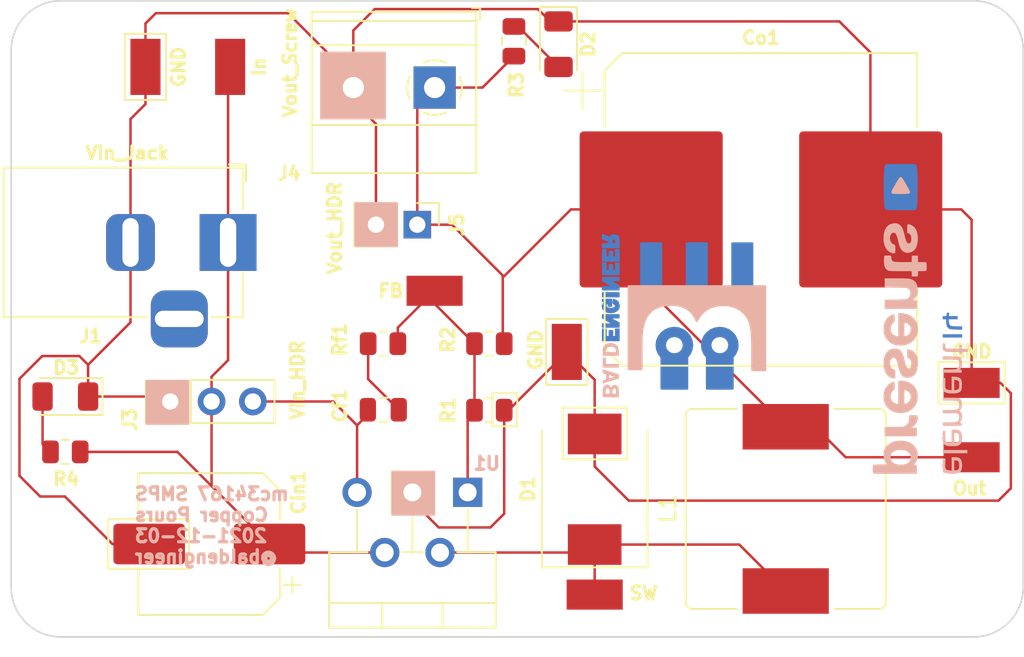
<source format=kicad_pcb>
(kicad_pcb (version 20171130) (host pcbnew "(5.1.10)-1")

  (general
    (thickness 1.6)
    (drawings 41)
    (tracks 103)
    (zones 0)
    (modules 30)
    (nets 10)
  )

  (page A4)
  (layers
    (0 F.Cu signal)
    (31 B.Cu signal)
    (32 B.Adhes user)
    (33 F.Adhes user)
    (34 B.Paste user)
    (35 F.Paste user)
    (36 B.SilkS user)
    (37 F.SilkS user)
    (38 B.Mask user)
    (39 F.Mask user)
    (40 Dwgs.User user)
    (41 Cmts.User user)
    (42 Eco1.User user)
    (43 Eco2.User user)
    (44 Edge.Cuts user)
    (45 Margin user)
    (46 B.CrtYd user)
    (47 F.CrtYd user)
    (48 B.Fab user hide)
    (49 F.Fab user hide)
  )

  (setup
    (last_trace_width 0.1524)
    (trace_clearance 0.1524)
    (zone_clearance 0.254)
    (zone_45_only no)
    (trace_min 0.1524)
    (via_size 0.8)
    (via_drill 0.4)
    (via_min_size 0.4)
    (via_min_drill 0.3)
    (uvia_size 0.3)
    (uvia_drill 0.1)
    (uvias_allowed no)
    (uvia_min_size 0.2)
    (uvia_min_drill 0.1)
    (edge_width 0.05)
    (segment_width 0.2)
    (pcb_text_width 0.3)
    (pcb_text_size 1.5 1.5)
    (mod_edge_width 0.12)
    (mod_text_size 0.8 0.8)
    (mod_text_width 0.2)
    (pad_size 1.524 1.524)
    (pad_drill 0.762)
    (pad_to_mask_clearance 0)
    (solder_mask_min_width 0.101)
    (aux_axis_origin 0 0)
    (visible_elements 7FFFFFFF)
    (pcbplotparams
      (layerselection 0x010fc_ffffffff)
      (usegerberextensions false)
      (usegerberattributes true)
      (usegerberadvancedattributes true)
      (creategerberjobfile true)
      (excludeedgelayer true)
      (linewidth 0.100000)
      (plotframeref false)
      (viasonmask false)
      (mode 1)
      (useauxorigin false)
      (hpglpennumber 1)
      (hpglpenspeed 20)
      (hpglpendiameter 15.000000)
      (psnegative false)
      (psa4output false)
      (plotreference true)
      (plotvalue true)
      (plotinvisibletext false)
      (padsonsilk false)
      (subtractmaskfromsilk false)
      (outputformat 1)
      (mirror false)
      (drillshape 1)
      (scaleselection 1)
      (outputdirectory ""))
  )

  (net 0 "")
  (net 1 "Net-(Cf1-Pad2)")
  (net 2 /Comp)
  (net 3 GND)
  (net 4 /Vin)
  (net 5 /Vout)
  (net 6 /SW)
  (net 7 /Fb)
  (net 8 "Net-(D2-Pad2)")
  (net 9 "Net-(D3-Pad2)")

  (net_class Default "This is the default net class."
    (clearance 0.1524)
    (trace_width 0.1524)
    (via_dia 0.8)
    (via_drill 0.4)
    (uvia_dia 0.3)
    (uvia_drill 0.1)
    (add_net /Comp)
    (add_net /Fb)
    (add_net /SW)
    (add_net /Vin)
    (add_net /Vout)
    (add_net GND)
    (add_net "Net-(Cf1-Pad2)")
    (add_net "Net-(D2-Pad2)")
    (add_net "Net-(D3-Pad2)")
  )

  (module "My Libraries:BE10v2" (layer B.Cu) (tedit 5FBC8857) (tstamp 61AAC747)
    (at 165.608 118.11 90)
    (descr "Imported from BE5.svg")
    (tags svg2mod)
    (attr virtual)
    (fp_text reference svg2mod (at 0 3.048 90) (layer B.SilkS) hide
      (effects (font (size 1.524 1.524) (thickness 0.3048)) (justify mirror))
    )
    (fp_text value G*** (at 0 -13.047999 90) (layer B.SilkS) hide
      (effects (font (size 1.524 1.524) (thickness 0.3048)) (justify mirror))
    )
    (fp_poly (pts (xy 9.4375 -9.590522) (xy 9.4375 -9.423126) (xy 9.5775 -9.423126) (xy 9.6775 -9.412825)
      (xy 9.7325 -9.369045) (xy 9.7575 -9.291785) (xy 9.7325 -9.2171) (xy 9.68 -9.175895)
      (xy 9.5725 -9.168169) (xy 9.4375 -9.168168) (xy 9.4375 -9.423126) (xy 9.4375 -9.590522)
      (xy 9.4375 -9.984547) (xy 9.21 -9.984547) (xy 9.21 -8.987895) (xy 9.635 -8.987895)
      (xy 9.825 -9.016224) (xy 9.9425 -9.119237) (xy 9.99 -9.286633) (xy 9.948437 -9.440509)
      (xy 9.8225 -9.544166) (xy 10 -9.984547) (xy 9.75 -9.984547) (xy 9.6025 -9.590522)
      (xy 9.4375 -9.590522)) (layer B.Mask) (width 0.095901))
    (fp_poly (pts (xy 9.075 -9.178469) (xy 8.615 -9.178469) (xy 8.615 -9.38192) (xy 8.975 -9.38192)
      (xy 8.975 -9.569919) (xy 8.6125 -9.569919) (xy 8.6125 -9.786247) (xy 9.075 -9.786247)
      (xy 9.075 -9.984547) (xy 8.385 -9.984547) (xy 8.385 -8.987895) (xy 9.075 -8.987895)
      (xy 9.075 -9.178469)) (layer B.Mask) (width 0.095901))
    (fp_poly (pts (xy 8.2475 -9.178469) (xy 7.7875 -9.178469) (xy 7.7875 -9.38192) (xy 8.15 -9.38192)
      (xy 8.15 -9.569919) (xy 7.7875 -9.569919) (xy 7.7875 -9.786247) (xy 8.2475 -9.786247)
      (xy 8.2475 -9.984547) (xy 7.5575 -9.984547) (xy 7.5575 -8.987895) (xy 8.2475 -8.987895)
      (xy 8.2475 -9.178469)) (layer B.Mask) (width 0.095901))
    (fp_poly (pts (xy 7.3625 -8.99047) (xy 7.3625 -9.987123) (xy 7.17 -9.987123) (xy 6.7925 -9.314962)
      (xy 6.794987 -9.348441) (xy 6.797474 -9.392222) (xy 6.797474 -9.989698) (xy 6.619974 -9.989698)
      (xy 6.619974 -8.993046) (xy 6.864974 -8.993046) (xy 7.194974 -9.580221) (xy 7.189973 -9.513262)
      (xy 7.189973 -8.993046) (xy 7.362473 -8.993046) (xy 7.3625 -8.99047)) (layer B.Mask) (width 0.095901))
    (fp_poly (pts (xy 6.4225 -8.99047) (xy 6.4225 -9.987123) (xy 6.1975 -9.987123) (xy 6.1975 -8.99047)
      (xy 6.4225 -8.99047)) (layer B.Mask) (width 0.095901))
    (fp_poly (pts (xy 6.02 -9.454029) (xy 6.02 -9.987123) (xy 5.9175 -9.987123) (xy 5.885 -9.871233)
      (xy 5.62 -9.999999) (xy 5.451875 -9.965232) (xy 5.325 -9.860931) (xy 5.24625 -9.700939)
      (xy 5.22 -9.500386) (xy 5.248125 -9.285346) (xy 5.3325 -9.116662) (xy 5.465312 -9.00882)
      (xy 5.6375 -8.972443) (xy 5.8975 -9.065155) (xy 6.0175 -9.314962) (xy 5.8025 -9.34329)
      (xy 5.635 -9.163017) (xy 5.495 -9.248003) (xy 5.4475 -9.492659) (xy 5.4975 -9.727014)
      (xy 5.6425 -9.806849) (xy 5.75 -9.765644) (xy 5.7975 -9.634303) (xy 5.615 -9.634303)
      (xy 5.615 -9.448879) (xy 6.02 -9.448879) (xy 6.02 -9.454029)) (layer B.Mask) (width 0.095901))
    (fp_poly (pts (xy 5.07 -8.99047) (xy 5.07 -9.987123) (xy 4.8775 -9.987123) (xy 4.5 -9.312387)
      (xy 4.502487 -9.345866) (xy 4.504974 -9.389646) (xy 4.504974 -9.987123) (xy 4.327474 -9.987123)
      (xy 4.327474 -8.99047) (xy 4.572474 -8.99047) (xy 4.902474 -9.577645) (xy 4.897473 -9.510687)
      (xy 4.897473 -8.99047) (xy 5.07 -8.99047)) (layer B.Mask) (width 0.095901))
    (fp_poly (pts (xy 4.19 -9.178469) (xy 3.73 -9.178469) (xy 3.73 -9.38192) (xy 4.0925 -9.38192)
      (xy 4.0925 -9.569919) (xy 3.73 -9.569919) (xy 3.73 -9.786247) (xy 4.19 -9.786247)
      (xy 4.19 -9.984547) (xy 3.5 -9.984547) (xy 3.5 -8.987895) (xy 4.19 -8.987895)
      (xy 4.19 -9.178469)) (layer B.Mask) (width 0.095901))
    (fp_poly (pts (xy 3.21 -1.689415) (xy 2.687226 -2.555289) (xy 2.809062 -2.368658) (xy 2.989492 -2.242869)
      (xy 3.21 -2.196755) (xy 3.431562 -2.242869) (xy 3.611875 -2.368658) (xy 3.733125 -2.555289)
      (xy 3.7775 -2.78393) (xy 3.733125 -3.011082) (xy 3.611875 -3.196948) (xy 3.431562 -3.322455)
      (xy 3.21 -3.368529) (xy 2.988437 -3.322455) (xy 2.808125 -3.196948) (xy 2.686875 -3.011082)
      (xy 2.6425 -2.78393) (xy 2.687226 -2.555289) (xy 3.21 -1.689415) (xy 2.933796 -1.727091)
      (xy 2.68537 -1.832871) (xy 2.4725 -1.995879) (xy 0.5375 -1.995879) (xy 0.5375 -3.57198)
      (xy 2.4725 -3.57198) (xy 2.684259 -3.736134) (xy 2.933241 -3.841341) (xy 3.21 -3.878444)
      (xy 3.492697 -3.839397) (xy 3.746574 -3.729171) (xy 3.961562 -3.558138) (xy 4.127592 -3.336672)
      (xy 4.234595 -3.075145) (xy 4.2725 -2.78393) (xy 4.234595 -2.492715) (xy 4.127592 -2.231188)
      (xy 3.961562 -2.009722) (xy 3.746574 -1.838689) (xy 3.492697 -1.728463) (xy 3.21 -1.689415)) (layer B.Mask) (width 0.134262))
    (fp_poly (pts (xy 6.83 -6.39454) (xy 9.465 -6.39454) (xy 9.465 -7.617821) (xy 6.83 -7.617821)
      (xy 6.83 -6.39454)) (layer B.Mask) (width 0.134262))
    (fp_poly (pts (xy 6.83 -3.587432) (xy 9.465 -3.587432) (xy 9.465 -4.810713) (xy 6.83 -4.810713)
      (xy 6.83 -3.587432)) (layer B.Mask) (width 0.134262))
    (fp_poly (pts (xy 6.83 -0.788051) (xy 9.465 -0.788051) (xy 9.465 -2.011331) (xy 6.83 -2.011331)
      (xy 6.83 -0.788051)) (layer B.Mask) (width 0.134262))
    (fp_poly (pts (xy 3.21 -4.483646) (xy 2.687226 -5.349923) (xy 2.809062 -5.164177) (xy 2.989492 -5.039274)
      (xy 3.21 -4.993561) (xy 3.431562 -5.039636) (xy 3.611875 -5.165143) (xy 3.733125 -5.351009)
      (xy 3.7775 -5.578161) (xy 3.733125 -5.806802) (xy 3.611875 -5.993433) (xy 3.431562 -6.119221)
      (xy 3.21 -6.165336) (xy 2.988437 -6.119221) (xy 2.808125 -5.993433) (xy 2.686875 -5.806802)
      (xy 2.6425 -5.578161) (xy 2.687226 -5.349923) (xy 3.21 -4.483646) (xy 2.933796 -4.521323)
      (xy 2.68537 -4.627102) (xy 2.4725 -4.790111) (xy 0.5375 -4.790111) (xy 0.5375 -6.366211)
      (xy 2.4725 -6.366211) (xy 2.684259 -6.530365) (xy 2.933241 -6.635572) (xy 3.21 -6.672675)
      (xy 3.492697 -6.633628) (xy 3.746574 -6.523402) (xy 3.961562 -6.352369) (xy 4.127592 -6.130903)
      (xy 4.234595 -5.869376) (xy 4.2725 -5.578161) (xy 4.234595 -5.286946) (xy 4.127592 -5.025419)
      (xy 3.961562 -4.803953) (xy 3.746574 -4.63292) (xy 3.492697 -4.522694) (xy 3.21 -4.483646)) (layer B.Mask) (width 0.134262))
    (fp_poly (pts (xy 2.5575 -8.990473) (xy 2.78 -9.173321) (xy 2.78 -9.799126) (xy 2.8725 -9.799126)
      (xy 3.0575 -9.703839) (xy 3.1175 -9.479785) (xy 3.0825 -9.312389) (xy 2.9975 -9.204225)
      (xy 2.875 -9.173321) (xy 2.78 -9.173321) (xy 2.5575 -8.990473) (xy 2.8525 -8.990473)
      (xy 3.1225 -9.041979) (xy 3.28 -9.204225) (xy 3.35 -9.484936) (xy 3.319687 -9.681305)
      (xy 3.2275 -9.842906) (xy 3.08125 -9.950748) (xy 2.89 -9.987125) (xy 2.5575 -9.987125)
      (xy 2.5575 -8.990473)) (layer B.SilkS) (width 0))
    (fp_poly (pts (xy 2.0575 -9.788824) (xy 2.4425 -9.788824) (xy 2.4425 -9.987125) (xy 1.8275 -9.987125)
      (xy 1.8275 -8.990473) (xy 2.0575 -8.990473) (xy 2.0575 -9.788824)) (layer B.SilkS) (width 0))
    (fp_poly (pts (xy 1.42 -8.990473) (xy 1.3675 -9.59825) (xy 1.265 -9.248005) (xy 1.1625 -9.59825)
      (xy 1.3675 -9.59825) (xy 1.42 -8.990473) (xy 1.7225 -9.987125) (xy 1.48 -9.987125)
      (xy 1.42 -9.781098) (xy 1.1075 -9.781098) (xy 1.0475 -9.987125) (xy 0.85 -9.987125)
      (xy 1.16 -8.990473) (xy 1.42 -8.990473)) (layer B.SilkS) (width 0))
    (fp_poly (pts (xy 0 -8.990473) (xy 0.225 -9.165595) (xy 0.225 -9.384498) (xy 0.3975 -9.384498)
      (xy 0.5175 -9.345868) (xy 0.5425 -9.271183) (xy 0.5225 -9.2068) (xy 0.4775 -9.173321)
      (xy 0.3825 -9.165595) (xy 0.225 -9.165595) (xy 0 -8.990473) (xy 0.225 -9.562196)
      (xy 0.225 -9.801701) (xy 0.4 -9.801701) (xy 0.525 -9.770797) (xy 0.5625 -9.680661)
      (xy 0.5275 -9.59825) (xy 0.41 -9.562196) (xy 0.225 -9.562196) (xy 0 -8.990473)
      (xy 0.45 -8.990473) (xy 0.6325 -9.021377) (xy 0.7325 -9.108938) (xy 0.7725 -9.248005)
      (xy 0.729062 -9.385786) (xy 0.5975 -9.469484) (xy 0.7475 -9.562196) (xy 0.7975 -9.71414)
      (xy 0.715 -9.90729) (xy 0.4475 -9.9897) (xy 0 -9.9897) (xy 0 -8.990473)) (layer B.SilkS) (width 0))
    (fp_poly (pts (xy 5.157499 -7.146537) (xy 4.960844 -7.284544) (xy 4.730925 -7.397298) (xy 4.467812 -7.484871)
      (xy 4.171574 -7.547335) (xy 3.84228 -7.58476) (xy 3.48 -7.59722) (xy 1.735 -7.59722)
      (xy 1.735 -8.38527) (xy 6.829999 -8.38527) (xy 6.829999 0) (xy 1.675 0)
      (xy 1.675 -0.788051) (xy 3.2375 -0.788051) (xy 3.54457 -0.792839) (xy 3.820937 -0.807044)
      (xy 4.066835 -0.830423) (xy 4.282499 -0.862735) (xy 4.534351 -0.921872) (xy 4.750648 -1.00104)
      (xy 4.932499 -1.099665) (xy 5.155833 -1.272308) (xy 5.340833 -1.476426) (xy 5.487499 -1.712594)
      (xy 5.593425 -1.973656) (xy 5.656573 -2.257609) (xy 5.677499 -2.565027) (xy 5.662538 -2.838696)
      (xy 5.617812 -3.09136) (xy 5.543554 -3.322295) (xy 5.439999 -3.530776) (xy 5.30457 -3.721511)
      (xy 5.134687 -3.895828) (xy 4.930585 -4.053728) (xy 4.692499 -4.195211) (xy 4.932499 -4.316492)
      (xy 5.138749 -4.456606) (xy 5.311249 -4.616035) (xy 5.449999 -4.795262) (xy 5.556835 -4.996218)
      (xy 5.633437 -5.220835) (xy 5.67957 -5.469596) (xy 5.694999 -5.742983) (xy 5.681053 -6.046001)
      (xy 5.636759 -6.321478) (xy 5.562187 -6.569342) (xy 5.457407 -6.78952) (xy 5.322488 -6.981943)
      (xy 5.157499 -7.146537)) (layer B.SilkS) (width 0.134262))
    (fp_poly (pts (xy 9.4375 -9.590522) (xy 9.4375 -9.423126) (xy 9.5775 -9.423126) (xy 9.6775 -9.412825)
      (xy 9.7325 -9.369045) (xy 9.7575 -9.291785) (xy 9.7325 -9.2171) (xy 9.68 -9.175895)
      (xy 9.5725 -9.168169) (xy 9.4375 -9.168168) (xy 9.4375 -9.423126) (xy 9.4375 -9.590522)
      (xy 9.4375 -9.984547) (xy 9.21 -9.984547) (xy 9.21 -8.987895) (xy 9.635 -8.987895)
      (xy 9.825 -9.016224) (xy 9.9425 -9.119237) (xy 9.99 -9.286633) (xy 9.948437 -9.440509)
      (xy 9.8225 -9.544166) (xy 10 -9.984547) (xy 9.75 -9.984547) (xy 9.6025 -9.590522)
      (xy 9.4375 -9.590522)) (layer B.Cu) (width 0.095901))
    (fp_poly (pts (xy 9.075 -9.178469) (xy 8.615 -9.178469) (xy 8.615 -9.38192) (xy 8.975 -9.38192)
      (xy 8.975 -9.569919) (xy 8.6125 -9.569919) (xy 8.6125 -9.786247) (xy 9.075 -9.786247)
      (xy 9.075 -9.984547) (xy 8.385 -9.984547) (xy 8.385 -8.987895) (xy 9.075 -8.987895)
      (xy 9.075 -9.178469)) (layer B.Cu) (width 0.095901))
    (fp_poly (pts (xy 8.2475 -9.178469) (xy 7.7875 -9.178469) (xy 7.7875 -9.38192) (xy 8.15 -9.38192)
      (xy 8.15 -9.569919) (xy 7.7875 -9.569919) (xy 7.7875 -9.786247) (xy 8.2475 -9.786247)
      (xy 8.2475 -9.984547) (xy 7.5575 -9.984547) (xy 7.5575 -8.987895) (xy 8.2475 -8.987895)
      (xy 8.2475 -9.178469)) (layer B.Cu) (width 0.095901))
    (fp_poly (pts (xy 7.3625 -8.99047) (xy 7.3625 -9.987123) (xy 7.17 -9.987123) (xy 6.7925 -9.314962)
      (xy 6.794987 -9.348441) (xy 6.797474 -9.392222) (xy 6.797474 -9.989698) (xy 6.619974 -9.989698)
      (xy 6.619974 -8.993046) (xy 6.864974 -8.993046) (xy 7.194974 -9.580221) (xy 7.189973 -9.513262)
      (xy 7.189973 -8.993046) (xy 7.362473 -8.993046) (xy 7.3625 -8.99047)) (layer B.Cu) (width 0.095901))
    (fp_poly (pts (xy 6.4225 -8.99047) (xy 6.4225 -9.987123) (xy 6.1975 -9.987123) (xy 6.1975 -8.99047)
      (xy 6.4225 -8.99047)) (layer B.Cu) (width 0.095901))
    (fp_poly (pts (xy 6.02 -9.454029) (xy 6.02 -9.987123) (xy 5.9175 -9.987123) (xy 5.885 -9.871233)
      (xy 5.62 -9.999999) (xy 5.451875 -9.965232) (xy 5.325 -9.860931) (xy 5.24625 -9.700939)
      (xy 5.22 -9.500386) (xy 5.248125 -9.285346) (xy 5.3325 -9.116662) (xy 5.465312 -9.00882)
      (xy 5.6375 -8.972443) (xy 5.8975 -9.065155) (xy 6.0175 -9.314962) (xy 5.8025 -9.34329)
      (xy 5.635 -9.163017) (xy 5.495 -9.248003) (xy 5.4475 -9.492659) (xy 5.4975 -9.727014)
      (xy 5.6425 -9.806849) (xy 5.75 -9.765644) (xy 5.7975 -9.634303) (xy 5.615 -9.634303)
      (xy 5.615 -9.448879) (xy 6.02 -9.448879) (xy 6.02 -9.454029)) (layer B.Cu) (width 0.095901))
    (fp_poly (pts (xy 5.07 -8.99047) (xy 5.07 -9.987123) (xy 4.8775 -9.987123) (xy 4.5 -9.312387)
      (xy 4.502487 -9.345866) (xy 4.504974 -9.389646) (xy 4.504974 -9.987123) (xy 4.327474 -9.987123)
      (xy 4.327474 -8.99047) (xy 4.572474 -8.99047) (xy 4.902474 -9.577645) (xy 4.897473 -9.510687)
      (xy 4.897473 -8.99047) (xy 5.07 -8.99047)) (layer B.Cu) (width 0.095901))
    (fp_poly (pts (xy 4.19 -9.178469) (xy 3.73 -9.178469) (xy 3.73 -9.38192) (xy 4.0925 -9.38192)
      (xy 4.0925 -9.569919) (xy 3.73 -9.569919) (xy 3.73 -9.786247) (xy 4.19 -9.786247)
      (xy 4.19 -9.984547) (xy 3.5 -9.984547) (xy 3.5 -8.987895) (xy 4.19 -8.987895)
      (xy 4.19 -9.178469)) (layer B.Cu) (width 0.095901))
    (fp_poly (pts (xy 3.21 -1.689415) (xy 2.687226 -2.555289) (xy 2.809062 -2.368658) (xy 2.989492 -2.242869)
      (xy 3.21 -2.196755) (xy 3.431562 -2.242869) (xy 3.611875 -2.368658) (xy 3.733125 -2.555289)
      (xy 3.7775 -2.78393) (xy 3.733125 -3.011082) (xy 3.611875 -3.196948) (xy 3.431562 -3.322455)
      (xy 3.21 -3.368529) (xy 2.988437 -3.322455) (xy 2.808125 -3.196948) (xy 2.686875 -3.011082)
      (xy 2.6425 -2.78393) (xy 2.687226 -2.555289) (xy 3.21 -1.689415) (xy 2.933796 -1.727091)
      (xy 2.68537 -1.832871) (xy 2.4725 -1.995879) (xy 0.5375 -1.995879) (xy 0.5375 -3.57198)
      (xy 2.4725 -3.57198) (xy 2.684259 -3.736134) (xy 2.933241 -3.841341) (xy 3.21 -3.878444)
      (xy 3.492697 -3.839397) (xy 3.746574 -3.729171) (xy 3.961562 -3.558138) (xy 4.127592 -3.336672)
      (xy 4.234595 -3.075145) (xy 4.2725 -2.78393) (xy 4.234595 -2.492715) (xy 4.127592 -2.231188)
      (xy 3.961562 -2.009722) (xy 3.746574 -1.838689) (xy 3.492697 -1.728463) (xy 3.21 -1.689415)) (layer B.Cu) (width 0.134262))
    (fp_poly (pts (xy 6.83 -6.39454) (xy 9.465 -6.39454) (xy 9.465 -7.617821) (xy 6.83 -7.617821)
      (xy 6.83 -6.39454)) (layer B.Cu) (width 0.134262))
    (fp_poly (pts (xy 6.83 -3.587432) (xy 9.465 -3.587432) (xy 9.465 -4.810713) (xy 6.83 -4.810713)
      (xy 6.83 -3.587432)) (layer B.Cu) (width 0.134262))
    (fp_poly (pts (xy 6.83 -0.788051) (xy 9.465 -0.788051) (xy 9.465 -2.011331) (xy 6.83 -2.011331)
      (xy 6.83 -0.788051)) (layer B.Cu) (width 0.134262))
    (fp_poly (pts (xy 3.21 -4.483646) (xy 2.687226 -5.349923) (xy 2.809062 -5.164177) (xy 2.989492 -5.039274)
      (xy 3.21 -4.993561) (xy 3.431562 -5.039636) (xy 3.611875 -5.165143) (xy 3.733125 -5.351009)
      (xy 3.7775 -5.578161) (xy 3.733125 -5.806802) (xy 3.611875 -5.993433) (xy 3.431562 -6.119221)
      (xy 3.21 -6.165336) (xy 2.988437 -6.119221) (xy 2.808125 -5.993433) (xy 2.686875 -5.806802)
      (xy 2.6425 -5.578161) (xy 2.687226 -5.349923) (xy 3.21 -4.483646) (xy 2.933796 -4.521323)
      (xy 2.68537 -4.627102) (xy 2.4725 -4.790111) (xy 0.5375 -4.790111) (xy 0.5375 -6.366211)
      (xy 2.4725 -6.366211) (xy 2.684259 -6.530365) (xy 2.933241 -6.635572) (xy 3.21 -6.672675)
      (xy 3.492697 -6.633628) (xy 3.746574 -6.523402) (xy 3.961562 -6.352369) (xy 4.127592 -6.130903)
      (xy 4.234595 -5.869376) (xy 4.2725 -5.578161) (xy 4.234595 -5.286946) (xy 4.127592 -5.025419)
      (xy 3.961562 -4.803953) (xy 3.746574 -4.63292) (xy 3.492697 -4.522694) (xy 3.21 -4.483646)) (layer B.Cu) (width 0.134262))
  )

  (module "e14 Presents KiCad Footprints:e14presents logo 20mm silk and copper v1" (layer B.Cu) (tedit 61A7A207) (tstamp 61AAC17D)
    (at 175.514 114.84252 90)
    (fp_text reference Ref** (at 0 0 90) (layer B.SilkS) hide
      (effects (font (size 1.27 1.27) (thickness 0.15)) (justify mirror))
    )
    (fp_text value Val** (at 0 0 90) (layer B.SilkS) hide
      (effects (font (size 1.27 1.27) (thickness 0.15)) (justify mirror))
    )
    (fp_poly (pts (xy -1.054626 2.193363) (xy -0.958873 2.175529) (xy -0.901091 2.154657) (xy -0.860215 2.129906)
      (xy -0.82806 2.099558) (xy -0.803474 2.058436) (xy -0.785307 2.001365) (xy -0.772405 1.92317)
      (xy -0.763617 1.818674) (xy -0.757792 1.682702) (xy -0.753777 1.510078) (xy -0.753441 1.491191)
      (xy -0.745218 1.020233) (xy -0.9398 1.020233) (xy -0.9398 1.440408) (xy -0.940921 1.580376)
      (xy -0.94407 1.705935) (xy -0.948919 1.810011) (xy -0.955147 1.885532) (xy -0.96202 1.924324)
      (xy -0.997322 1.982124) (xy -1.058365 2.018) (xy -1.150652 2.034475) (xy -1.206059 2.036233)
      (xy -1.327701 2.026029) (xy -1.417538 1.993485) (xy -1.481372 1.9357) (xy -1.511513 1.883572)
      (xy -1.526504 1.845791) (xy -1.537431 1.803578) (xy -1.544923 1.749722) (xy -1.549611 1.677007)
      (xy -1.552124 1.57822) (xy -1.553093 1.446149) (xy -1.553168 1.406525) (xy -1.553633 1.020233)
      (xy -1.744133 1.020233) (xy -1.744133 2.1844) (xy -1.659466 2.1844) (xy -1.6052 2.181945)
      (xy -1.581077 2.168326) (xy -1.574947 2.134159) (xy -1.5748 2.119018) (xy -1.5748 2.053637)
      (xy -1.510337 2.107878) (xy -1.446081 2.149403) (xy -1.370447 2.182132) (xy -1.356879 2.186189)
      (xy -1.269384 2.199783) (xy -1.163381 2.201811) (xy -1.054626 2.193363)) (layer B.SilkS) (width 0.01))
    (fp_poly (pts (xy -4.320601 2.19153) (xy -4.216404 2.154022) (xy -4.143241 2.09986) (xy -4.104831 2.061376)
      (xy -4.081382 2.050968) (xy -4.059057 2.065681) (xy -4.04622 2.079143) (xy -3.976699 2.137738)
      (xy -3.893386 2.17415) (xy -3.786245 2.191746) (xy -3.70205 2.194688) (xy -3.574664 2.187082)
      (xy -3.477565 2.161203) (xy -3.401247 2.113221) (xy -3.344429 2.050615) (xy -3.330059 2.029012)
      (xy -3.319029 2.003837) (xy -3.310801 1.969325) (xy -3.304836 1.919711) (xy -3.300595 1.849228)
      (xy -3.297539 1.75211) (xy -3.295129 1.622592) (xy -3.293485 1.505573) (xy -3.287088 1.020233)
      (xy -3.458633 1.020233) (xy -3.459138 1.406525) (xy -3.460519 1.586714) (xy -3.46541 1.729022)
      (xy -3.475719 1.837872) (xy -3.493354 1.917685) (xy -3.520224 1.972884) (xy -3.558237 2.007891)
      (xy -3.609302 2.027127) (xy -3.675327 2.035016) (xy -3.730853 2.036154) (xy -3.821929 2.032524)
      (xy -3.894132 2.018876) (xy -3.949604 1.990906) (xy -3.990484 1.94431) (xy -4.018916 1.874781)
      (xy -4.037039 1.778015) (xy -4.046995 1.649708) (xy -4.050925 1.485553) (xy -4.0513 1.39186)
      (xy -4.0513 1.020233) (xy -4.2418 1.020233) (xy -4.2418 1.453154) (xy -4.242505 1.615976)
      (xy -4.245249 1.741825) (xy -4.250973 1.836049) (xy -4.26062 1.903993) (xy -4.275131 1.951004)
      (xy -4.295447 1.982429) (xy -4.322512 2.003615) (xy -4.34038 2.012732) (xy -4.414874 2.031702)
      (xy -4.50725 2.035295) (xy -4.598083 2.024286) (xy -4.667609 1.999654) (xy -4.71488 1.96601)
      (xy -4.750982 1.924244) (xy -4.777324 1.868604) (xy -4.795317 1.793338) (xy -4.80637 1.692693)
      (xy -4.811892 1.560917) (xy -4.8133 1.405134) (xy -4.8133 1.020233) (xy -5.0038 1.020233)
      (xy -5.0038 2.1844) (xy -4.921779 2.1844) (xy -4.867512 2.180945) (xy -4.840903 2.163758)
      (xy -4.827419 2.122601) (xy -4.826308 2.117151) (xy -4.812859 2.049902) (xy -4.754871 2.104596)
      (xy -4.666756 2.162053) (xy -4.557314 2.195635) (xy -4.438084 2.205431) (xy -4.320601 2.19153)) (layer B.SilkS) (width 0.01))
    (fp_poly (pts (xy -6.506633 1.020233) (xy -6.697133 1.020233) (xy -6.697133 2.523066) (xy -6.506633 2.523066)
      (xy -6.506633 1.020233)) (layer B.SilkS) (width 0.01))
    (fp_poly (pts (xy -0.283633 2.1844) (xy -0.0508 2.1844) (xy -0.0508 2.036233) (xy -0.283633 2.036233)
      (xy -0.283633 1.648641) (xy -0.283336 1.510663) (xy -0.282017 1.408589) (xy -0.279039 1.335991)
      (xy -0.273761 1.286443) (xy -0.265544 1.253517) (xy -0.253748 1.230785) (xy -0.240475 1.214724)
      (xy -0.202422 1.185371) (xy -0.150122 1.171429) (xy -0.08399 1.1684) (xy -0.008395 1.163578)
      (xy 0.034152 1.144785) (xy 0.05227 1.10553) (xy 0.055034 1.063712) (xy 0.035839 1.03475)
      (xy -0.015101 1.01448) (xy -0.08782 1.004364) (xy -0.172354 1.00586) (xy -0.251883 1.018724)
      (xy -0.319157 1.037902) (xy -0.37139 1.062495) (xy -0.41046 1.0977) (xy -0.438246 1.148711)
      (xy -0.456627 1.220726) (xy -0.467482 1.318938) (xy -0.472688 1.448543) (xy -0.474125 1.614738)
      (xy -0.474133 1.633387) (xy -0.474133 2.036233) (xy -0.548216 2.036233) (xy -0.597869 2.03951)
      (xy -0.618233 2.057996) (xy -0.622291 2.104678) (xy -0.6223 2.110316) (xy -0.619023 2.159969)
      (xy -0.600537 2.180333) (xy -0.553855 2.184391) (xy -0.548216 2.1844) (xy -0.474133 2.1844)
      (xy -0.474133 2.544233) (xy -0.283633 2.544233) (xy -0.283633 2.1844)) (layer B.SilkS) (width 0.01))
    (fp_poly (pts (xy -2.350651 2.188306) (xy -2.231423 2.168677) (xy -2.143379 2.13081) (xy -2.081454 2.070186)
      (xy -2.040579 1.982289) (xy -2.015686 1.8626) (xy -2.004285 1.746837) (xy -1.991845 1.570566)
      (xy -2.823633 1.570566) (xy -2.823515 1.480608) (xy -2.817627 1.399536) (xy -2.803358 1.319023)
      (xy -2.800887 1.309584) (xy -2.779025 1.255767) (xy -2.74391 1.216655) (xy -2.689788 1.190453)
      (xy -2.610905 1.175361) (xy -2.501507 1.169584) (xy -2.358111 1.171257) (xy -2.093383 1.178983)
      (xy -2.086965 1.113068) (xy -2.085591 1.073267) (xy -2.098457 1.052023) (xy -2.135882 1.040809)
      (xy -2.182215 1.034364) (xy -2.330372 1.019136) (xy -2.470874 1.011) (xy -2.593042 1.01027)
      (xy -2.686197 1.017255) (xy -2.698687 1.019288) (xy -2.803348 1.045605) (xy -2.881409 1.085297)
      (xy -2.937703 1.144642) (xy -2.977061 1.229917) (xy -3.004316 1.347399) (xy -3.016389 1.432003)
      (xy -3.026322 1.575786) (xy -3.022885 1.721255) (xy -3.015766 1.782913) (xy -2.823633 1.782913)
      (xy -2.823633 1.718733) (xy -2.183826 1.718733) (xy -2.198902 1.819275) (xy -2.217506 1.910499)
      (xy -2.243622 1.96901) (xy -2.282537 2.00437) (xy -2.307715 2.01608) (xy -2.366063 2.028333)
      (xy -2.450266 2.034646) (xy -2.544271 2.035057) (xy -2.632021 2.029598) (xy -2.697464 2.018307)
      (xy -2.706862 2.015201) (xy -2.757351 1.976038) (xy -2.797507 1.908093) (xy -2.820593 1.824768)
      (xy -2.823633 1.782913) (xy -3.015766 1.782913) (xy -3.007245 1.856708) (xy -2.98057 1.970441)
      (xy -2.956823 2.02921) (xy -2.913894 2.09394) (xy -2.858161 2.140314) (xy -2.782853 2.170811)
      (xy -2.681199 2.187909) (xy -2.546428 2.194087) (xy -2.506133 2.194215) (xy -2.350651 2.188306)) (layer B.SilkS) (width 0.01))
    (fp_poly (pts (xy -5.626168 2.197129) (xy -5.547929 2.185309) (xy -5.439769 2.152448) (xy -5.360001 2.10176)
      (xy -5.305404 2.028213) (xy -5.27276 1.926779) (xy -5.258846 1.792426) (xy -5.2578 1.732152)
      (xy -5.2578 1.570566) (xy -6.062133 1.570566) (xy -6.062133 1.455528) (xy -6.056775 1.355563)
      (xy -6.037513 1.280549) (xy -5.999569 1.227572) (xy -5.938162 1.193716) (xy -5.848512 1.176065)
      (xy -5.72584 1.171706) (xy -5.603326 1.175697) (xy -5.345602 1.188527) (xy -5.331437 1.124033)
      (xy -5.323644 1.076977) (xy -5.324398 1.052441) (xy -5.32459 1.052221) (xy -5.348116 1.046419)
      (xy -5.403165 1.038206) (xy -5.479076 1.028741) (xy -5.56519 1.019179) (xy -5.650846 1.010678)
      (xy -5.725385 1.004394) (xy -5.778146 1.001485) (xy -5.791424 1.001556) (xy -5.842157 1.006618)
      (xy -5.9115 1.016339) (xy -5.937187 1.020505) (xy -6.052644 1.04989) (xy -6.135765 1.096314)
      (xy -6.194982 1.165398) (xy -6.216794 1.206944) (xy -6.235367 1.252981) (xy -6.248152 1.301389)
      (xy -6.256206 1.361314) (xy -6.26059 1.441898) (xy -6.26236 1.552285) (xy -6.262564 1.602316)
      (xy -6.262296 1.718733) (xy -6.067519 1.718733) (xy -5.443058 1.718733) (xy -5.452801 1.836224)
      (xy -5.462934 1.914694) (xy -5.48281 1.968203) (xy -5.519692 2.00188) (xy -5.580845 2.020854)
      (xy -5.673534 2.030252) (xy -5.731351 2.032868) (xy -5.825509 2.035461) (xy -5.888094 2.033706)
      (xy -5.929791 2.025785) (xy -5.961283 2.009878) (xy -5.987348 1.989289) (xy -6.026876 1.944907)
      (xy -6.048368 1.888134) (xy -6.056961 1.828613) (xy -6.067519 1.718733) (xy -6.262296 1.718733)
      (xy -6.262287 1.722466) (xy -6.260044 1.80948) (xy -6.25464 1.872551) (xy -6.244881 1.92087)
      (xy -6.229573 1.96363) (xy -6.2103 2.004483) (xy -6.160162 2.084754) (xy -6.10018 2.136715)
      (xy -6.073823 2.151101) (xy -5.988296 2.179061) (xy -5.875706 2.196669) (xy -5.750261 2.202999)
      (xy -5.626168 2.197129)) (layer B.SilkS) (width 0.01))
    (fp_poly (pts (xy -7.307106 2.196013) (xy -7.19019 2.172306) (xy -7.094854 2.133483) (xy -7.058936 2.108725)
      (xy -7.005615 2.040674) (xy -6.970681 1.940363) (xy -6.953393 1.805128) (xy -6.951133 1.719943)
      (xy -6.951133 1.570566) (xy -7.773574 1.570566) (xy -7.761469 1.448858) (xy -7.748244 1.348428)
      (xy -7.729232 1.28079) (xy -7.699618 1.236414) (xy -7.654588 1.205772) (xy -7.633893 1.196359)
      (xy -7.589735 1.181689) (xy -7.536342 1.173227) (xy -7.464392 1.170399) (xy -7.364561 1.172632)
      (xy -7.297452 1.175657) (xy -7.040521 1.188447) (xy -7.029205 1.130798) (xy -7.025501 1.083876)
      (xy -7.032136 1.059127) (xy -7.058446 1.05058) (xy -7.115882 1.039788) (xy -7.193396 1.028169)
      (xy -7.279939 1.017141) (xy -7.364463 1.008123) (xy -7.435921 1.00253) (xy -7.4803 1.001616)
      (xy -7.534151 1.006684) (xy -7.605491 1.016464) (xy -7.630521 1.020505) (xy -7.737143 1.046618)
      (xy -7.818739 1.087698) (xy -7.878591 1.14887) (xy -7.919983 1.235257) (xy -7.9462 1.351982)
      (xy -7.960523 1.50417) (xy -7.962195 1.538053) (xy -7.962186 1.712853) (xy -7.952941 1.802404)
      (xy -7.755466 1.802404) (xy -7.755466 1.718733) (xy -7.141633 1.718733) (xy -7.141633 1.802404)
      (xy -7.150167 1.895968) (xy -7.179086 1.962337) (xy -7.23337 2.005303) (xy -7.317995 2.02866)
      (xy -7.437941 2.0362) (xy -7.44855 2.036233) (xy -7.571359 2.029732) (xy -7.658472 2.007699)
      (xy -7.714869 1.966342) (xy -7.745526 1.901869) (xy -7.755422 1.810487) (xy -7.755466 1.802404)
      (xy -7.952941 1.802404) (xy -7.946585 1.863957) (xy -7.916357 1.986289) (xy -7.872467 2.074774)
      (xy -7.85647 2.094291) (xy -7.785477 2.143384) (xy -7.684788 2.178289) (xy -7.56466 2.198818)
      (xy -7.435348 2.204788) (xy -7.307106 2.196013)) (layer B.SilkS) (width 0.01))
    (fp_poly (pts (xy 9.401394 -1.007693) (xy 9.46611 -1.038847) (xy 9.555127 -1.085188) (xy 9.662384 -1.143522)
      (xy 9.781821 -1.210655) (xy 9.841413 -1.244902) (xy 9.985571 -1.329111) (xy 10.096228 -1.39622)
      (xy 10.177009 -1.449473) (xy 10.231538 -1.492111) (xy 10.26344 -1.527376) (xy 10.27634 -1.55851)
      (xy 10.273862 -1.588756) (xy 10.260496 -1.619753) (xy 10.234773 -1.643962) (xy 10.178109 -1.683976)
      (xy 10.097097 -1.736028) (xy 9.998331 -1.796348) (xy 9.888404 -1.861166) (xy 9.773911 -1.926714)
      (xy 9.661444 -1.989223) (xy 9.557599 -2.044922) (xy 9.468968 -2.090044) (xy 9.402145 -2.120818)
      (xy 9.363724 -2.133476) (xy 9.361586 -2.1336) (xy 9.304106 -2.115076) (xy 9.274317 -2.086557)
      (xy 9.261849 -2.047078) (xy 9.251958 -1.973097) (xy 9.244632 -1.872367) (xy 9.239861 -1.75264)
      (xy 9.237636 -1.621669) (xy 9.237944 -1.487206) (xy 9.240777 -1.357004) (xy 9.246123 -1.238815)
      (xy 9.253972 -1.140391) (xy 9.264314 -1.069485) (xy 9.275731 -1.035624) (xy 9.318235 -0.998322)
      (xy 9.367039 -0.99492) (xy 9.401394 -1.007693)) (layer B.SilkS) (width 0.01))
    (fp_poly (pts (xy 3.521463 -0.535675) (xy 3.67501 -0.574609) (xy 3.799271 -0.641236) (xy 3.897006 -0.737355)
      (xy 3.970979 -0.864769) (xy 4.005899 -0.959554) (xy 4.016485 -0.997768) (xy 4.024985 -1.039655)
      (xy 4.031621 -1.090139) (xy 4.036619 -1.154146) (xy 4.040202 -1.236598) (xy 4.042594 -1.342419)
      (xy 4.04402 -1.476535) (xy 4.044702 -1.643869) (xy 4.044866 -1.8161) (xy 4.04495 -2.54635)
      (xy 3.494617 -2.54635) (xy 3.484034 -1.8796) (xy 3.480852 -1.691447) (xy 3.477701 -1.540728)
      (xy 3.474248 -1.422542) (xy 3.470156 -1.331992) (xy 3.46509 -1.264179) (xy 3.458715 -1.214203)
      (xy 3.450696 -1.177166) (xy 3.440697 -1.14817) (xy 3.432811 -1.130976) (xy 3.37047 -1.044083)
      (xy 3.285015 -0.991026) (xy 3.173329 -0.970026) (xy 3.149979 -0.969513) (xy 3.014694 -0.985837)
      (xy 2.905838 -1.03516) (xy 2.823066 -1.117691) (xy 2.782022 -1.191684) (xy 2.77298 -1.227396)
      (xy 2.765207 -1.291455) (xy 2.758554 -1.38662) (xy 2.752871 -1.515655) (xy 2.748009 -1.681321)
      (xy 2.743817 -1.88638) (xy 2.74357 -1.900767) (xy 2.732617 -2.54635) (xy 2.462321 -2.552277)
      (xy 2.343071 -2.553774) (xy 2.260712 -2.55188) (xy 2.209907 -2.546192) (xy 2.185319 -2.536309)
      (xy 2.181637 -2.531111) (xy 2.17962 -2.50495) (xy 2.17797 -2.440816) (xy 2.176709 -2.343071)
      (xy 2.175859 -2.216074) (xy 2.175441 -2.064184) (xy 2.175476 -1.891762) (xy 2.175986 -1.703168)
      (xy 2.176766 -1.540934) (xy 2.182284 -0.57785) (xy 2.690284 -0.57785) (xy 2.71145 -0.83185)
      (xy 2.751711 -0.772444) (xy 2.810347 -0.708495) (xy 2.895658 -0.64298) (xy 2.993539 -0.585695)
      (xy 3.065759 -0.554366) (xy 3.145351 -0.535748) (xy 3.252469 -0.524813) (xy 3.335867 -0.522632)
      (xy 3.521463 -0.535675)) (layer B.SilkS) (width 0.01))
    (fp_poly (pts (xy -4.426213 -0.523164) (xy -4.393832 -0.533128) (xy -4.384521 -0.558266) (xy -4.377094 -0.614337)
      (xy -4.371737 -0.691226) (xy -4.368633 -0.778817) (xy -4.367967 -0.866994) (xy -4.369924 -0.945641)
      (xy -4.374687 -1.004642) (xy -4.382442 -1.033881) (xy -4.384675 -1.035334) (xy -4.412192 -1.036981)
      (xy -4.470281 -1.039125) (xy -4.547193 -1.041342) (xy -4.559689 -1.041656) (xy -4.719278 -1.061706)
      (xy -4.850781 -1.113398) (xy -4.954405 -1.196882) (xy -5.030355 -1.312309) (xy -5.067446 -1.413203)
      (xy -5.073377 -1.455404) (xy -5.078659 -1.532895) (xy -5.083036 -1.638634) (xy -5.086253 -1.765578)
      (xy -5.088054 -1.906686) (xy -5.088348 -1.988994) (xy -5.088907 -2.131929) (xy -5.090412 -2.261831)
      (xy -5.092708 -2.372345) (xy -5.095641 -2.457118) (xy -5.099057 -2.509792) (xy -5.101314 -2.523452)
      (xy -5.113028 -2.537731) (xy -5.139784 -2.547388) (xy -5.188419 -2.553254) (xy -5.265771 -2.55616)
      (xy -5.377145 -2.556934) (xy -5.497845 -2.555542) (xy -5.580641 -2.551085) (xy -5.629882 -2.543142)
      (xy -5.649916 -2.531292) (xy -5.650274 -2.530475) (xy -5.652241 -2.504448) (xy -5.653844 -2.440445)
      (xy -5.655062 -2.342822) (xy -5.655876 -2.215936) (xy -5.656264 -2.064143) (xy -5.656207 -1.891799)
      (xy -5.655684 -1.703259) (xy -5.654901 -1.540934) (xy -5.649383 -0.57785) (xy -5.141383 -0.57785)
      (xy -5.128923 -0.911262) (xy -5.070123 -0.81864) (xy -4.970031 -0.699814) (xy -4.838299 -0.606297)
      (xy -4.745144 -0.56355) (xy -4.667456 -0.541071) (xy -4.579362 -0.526064) (xy -4.494426 -0.519703)
      (xy -4.426213 -0.523164)) (layer B.SilkS) (width 0.01))
    (fp_poly (pts (xy 4.868006 0.024144) (xy 4.94704 0.020767) (xy 5.001228 0.015859) (xy 5.016886 0.012552)
      (xy 5.031466 0.000527) (xy 5.041216 -0.026937) (xy 5.047021 -0.076827) (xy 5.049771 -0.156133)
      (xy 5.050367 -0.251237) (xy 5.050367 -0.502178) (xy 5.246159 -0.508264) (xy 5.44195 -0.51435)
      (xy 5.44195 -0.874184) (xy 5.246159 -0.880269) (xy 5.050367 -0.886355) (xy 5.050367 -1.416821)
      (xy 5.050778 -1.587504) (xy 5.052208 -1.721171) (xy 5.054951 -1.823133) (xy 5.059303 -1.8987)
      (xy 5.06556 -1.953183) (xy 5.074016 -1.991893) (xy 5.083752 -2.017641) (xy 5.138082 -2.086554)
      (xy 5.218631 -2.133787) (xy 5.311774 -2.151966) (xy 5.331018 -2.151447) (xy 5.387198 -2.152659)
      (xy 5.42609 -2.16211) (xy 5.426877 -2.162576) (xy 5.440116 -2.191191) (xy 5.448846 -2.249836)
      (xy 5.453089 -2.32645) (xy 5.452869 -2.408972) (xy 5.448211 -2.485342) (xy 5.439138 -2.5435)
      (xy 5.426075 -2.571145) (xy 5.391021 -2.57994) (xy 5.324174 -2.586459) (xy 5.236019 -2.59058)
      (xy 5.137043 -2.592177) (xy 5.03773 -2.591129) (xy 4.948566 -2.587311) (xy 4.880037 -2.5806)
      (xy 4.863893 -2.577762) (xy 4.729292 -2.53319) (xy 4.623208 -2.463012) (xy 4.550099 -2.370195)
      (xy 4.549145 -2.368396) (xy 4.535727 -2.341915) (xy 4.525007 -2.315716) (xy 4.516681 -2.284948)
      (xy 4.510448 -2.244757) (xy 4.506004 -2.190291) (xy 4.503046 -2.116697) (xy 4.501273 -2.019123)
      (xy 4.500382 -1.892715) (xy 4.50007 -1.732621) (xy 4.500034 -1.580828) (xy 4.500034 -0.886548)
      (xy 4.17195 -0.874184) (xy 4.165706 -0.706688) (xy 4.164769 -0.610832) (xy 4.171007 -0.551432)
      (xy 4.185034 -0.523122) (xy 4.186873 -0.521804) (xy 4.22103 -0.51288) (xy 4.283636 -0.506494)
      (xy 4.357159 -0.504091) (xy 4.500034 -0.503767) (xy 4.500034 -0.252031) (xy 4.500887 -0.142233)
      (xy 4.504036 -0.067767) (xy 4.510363 -0.021653) (xy 4.520752 0.003086) (xy 4.533515 0.012552)
      (xy 4.568271 0.018077) (xy 4.634281 0.022411) (xy 4.72047 0.024965) (xy 4.7752 0.0254)
      (xy 4.868006 0.024144)) (layer B.SilkS) (width 0.01))
    (fp_poly (pts (xy 6.716133 -0.530254) (xy 6.898797 -0.567686) (xy 6.966536 -0.589666) (xy 7.098918 -0.658373)
      (xy 7.213286 -0.756716) (xy 7.300955 -0.875834) (xy 7.344552 -0.975343) (xy 7.366307 -1.048514)
      (xy 7.374113 -1.099234) (xy 7.36272 -1.131615) (xy 7.326876 -1.149772) (xy 7.261331 -1.157819)
      (xy 7.160832 -1.15987) (xy 7.108942 -1.159934) (xy 6.859021 -1.159934) (xy 6.817236 -1.069975)
      (xy 6.766818 -0.992408) (xy 6.696607 -0.941348) (xy 6.600127 -0.913614) (xy 6.483357 -0.905966)
      (xy 6.356163 -0.915886) (xy 6.266071 -0.945671) (xy 6.213228 -0.995259) (xy 6.20157 -1.024296)
      (xy 6.195604 -1.084093) (xy 6.212516 -1.135542) (xy 6.255793 -1.180881) (xy 6.328924 -1.22235)
      (xy 6.435395 -1.262187) (xy 6.578694 -1.302633) (xy 6.669617 -1.324811) (xy 6.837163 -1.365938)
      (xy 6.969565 -1.403214) (xy 7.073497 -1.439386) (xy 7.15563 -1.4772) (xy 7.222638 -1.519402)
      (xy 7.281192 -1.568739) (xy 7.294978 -1.582196) (xy 7.373704 -1.678325) (xy 7.419542 -1.78077)
      (xy 7.434949 -1.898585) (xy 7.422384 -2.040825) (xy 7.421283 -2.047452) (xy 7.380903 -2.196417)
      (xy 7.312331 -2.319545) (xy 7.211723 -2.421478) (xy 7.075232 -2.506858) (xy 7.018739 -2.533484)
      (xy 6.906123 -2.57064) (xy 6.765838 -2.598183) (xy 6.611749 -2.61471) (xy 6.457719 -2.618814)
      (xy 6.317609 -2.60909) (xy 6.2992 -2.606438) (xy 6.095086 -2.559534) (xy 5.924648 -2.487665)
      (xy 5.788148 -2.391034) (xy 5.685848 -2.269847) (xy 5.618011 -2.124307) (xy 5.601273 -2.062435)
      (xy 5.589351 -1.998024) (xy 5.591099 -1.953425) (xy 5.612188 -1.925019) (xy 5.658292 -1.909187)
      (xy 5.735082 -1.902309) (xy 5.848232 -1.900769) (xy 5.8547 -1.900767) (xy 5.96315 -1.901853)
      (xy 6.037035 -1.907101) (xy 6.084106 -1.919494) (xy 6.112115 -1.942014) (xy 6.128814 -1.977645)
      (xy 6.137343 -2.009534) (xy 6.172343 -2.076384) (xy 6.238893 -2.139622) (xy 6.326457 -2.191041)
      (xy 6.405449 -2.218367) (xy 6.51955 -2.232447) (xy 6.626711 -2.221758) (xy 6.721041 -2.190102)
      (xy 6.796646 -2.141283) (xy 6.847634 -2.079105) (xy 6.868111 -2.007372) (xy 6.852233 -1.929988)
      (xy 6.809669 -1.88129) (xy 6.728564 -1.833043) (xy 6.612692 -1.786933) (xy 6.465829 -1.744644)
      (xy 6.405348 -1.730514) (xy 6.225943 -1.688211) (xy 6.08251 -1.647747) (xy 5.968902 -1.6067)
      (xy 5.878972 -1.562651) (xy 5.806574 -1.513181) (xy 5.769143 -1.480034) (xy 5.685429 -1.379244)
      (xy 5.638724 -1.270804) (xy 5.625863 -1.145445) (xy 5.63093 -1.075267) (xy 5.666276 -0.92214)
      (xy 5.734042 -0.79419) (xy 5.834956 -0.690834) (xy 5.969745 -0.611487) (xy 6.139136 -0.555566)
      (xy 6.315727 -0.525459) (xy 6.516986 -0.515706) (xy 6.716133 -0.530254)) (layer B.SilkS) (width 0.01))
    (fp_poly (pts (xy 1.136228 -0.538342) (xy 1.325114 -0.591226) (xy 1.49063 -0.678869) (xy 1.631357 -0.800269)
      (xy 1.74588 -0.954425) (xy 1.83278 -1.140336) (xy 1.842771 -1.169172) (xy 1.864101 -1.247984)
      (xy 1.883293 -1.344875) (xy 1.898722 -1.447549) (xy 1.908761 -1.543708) (xy 1.911783 -1.621058)
      (xy 1.907918 -1.661694) (xy 1.895727 -1.710267) (xy 0.474646 -1.710267) (xy 0.489626 -1.800225)
      (xy 0.509724 -1.880106) (xy 0.539455 -1.958536) (xy 0.544208 -1.968332) (xy 0.615503 -2.065828)
      (xy 0.711552 -2.135448) (xy 0.824655 -2.176496) (xy 0.947113 -2.188277) (xy 1.071226 -2.170098)
      (xy 1.189293 -2.121264) (xy 1.293617 -2.04108) (xy 1.298219 -2.036355) (xy 1.387821 -1.9431)
      (xy 1.611092 -1.9431) (xy 1.716855 -1.944438) (xy 1.786795 -1.948996) (xy 1.827352 -1.957593)
      (xy 1.844968 -1.971049) (xy 1.845809 -1.972931) (xy 1.843605 -2.01408) (xy 1.820336 -2.078657)
      (xy 1.781138 -2.156833) (xy 1.731145 -2.238784) (xy 1.675492 -2.314683) (xy 1.65424 -2.339547)
      (xy 1.521523 -2.456796) (xy 1.362138 -2.542298) (xy 1.217366 -2.58781) (xy 1.107748 -2.605825)
      (xy 0.978273 -2.615497) (xy 0.848747 -2.616091) (xy 0.738974 -2.606872) (xy 0.732367 -2.60581)
      (xy 0.628518 -2.580602) (xy 0.512686 -2.540709) (xy 0.408121 -2.494477) (xy 0.380446 -2.479482)
      (xy 0.299207 -2.421089) (xy 0.210394 -2.339395) (xy 0.126524 -2.247514) (xy 0.060113 -2.158561)
      (xy 0.038149 -2.120827) (xy -0.031833 -1.941995) (xy -0.072539 -1.743139) (xy -0.082348 -1.536283)
      (xy -0.064476 -1.3591) (xy -0.044884 -1.28616) (xy 0.491708 -1.28616) (xy 0.505678 -1.326944)
      (xy 0.533964 -1.334742) (xy 0.596131 -1.341027) (xy 0.683748 -1.345751) (xy 0.788388 -1.348864)
      (xy 0.901622 -1.350317) (xy 1.015022 -1.350061) (xy 1.120158 -1.348046) (xy 1.208603 -1.344224)
      (xy 1.271929 -1.338545) (xy 1.300838 -1.331587) (xy 1.320355 -1.296911) (xy 1.314016 -1.241926)
      (xy 1.28671 -1.175423) (xy 1.243324 -1.106195) (xy 1.188749 -1.043033) (xy 1.127873 -0.994729)
      (xy 1.107336 -0.983596) (xy 1.011694 -0.956254) (xy 0.898276 -0.950562) (xy 0.785535 -0.966273)
      (xy 0.719326 -0.988761) (xy 0.652531 -1.031055) (xy 0.590792 -1.090774) (xy 0.539688 -1.159086)
      (xy 0.5048 -1.22716) (xy 0.491708 -1.28616) (xy -0.044884 -1.28616) (xy -0.008575 -1.15099)
      (xy 0.079664 -0.968893) (xy 0.197789 -0.814885) (xy 0.343348 -0.691041) (xy 0.513888 -0.599437)
      (xy 0.706958 -0.54215) (xy 0.920106 -0.521253) (xy 0.925389 -0.521216) (xy 1.136228 -0.538342)) (layer B.SilkS) (width 0.01))
    (fp_poly (pts (xy -0.99956 -0.529729) (xy -0.833082 -0.556122) (xy -0.693386 -0.60227) (xy -0.574223 -0.670158)
      (xy -0.482249 -0.748589) (xy -0.417691 -0.828154) (xy -0.367854 -0.926655) (xy -0.32804 -1.054127)
      (xy -0.316858 -1.101725) (xy -0.303993 -1.159934) (xy -0.579563 -1.159934) (xy -0.693403 -1.159319)
      (xy -0.771376 -1.156947) (xy -0.819938 -1.152027) (xy -0.845544 -1.143768) (xy -0.854649 -1.131378)
      (xy -0.855133 -1.126158) (xy -0.872754 -1.063885) (xy -0.918127 -0.999898) (xy -0.980015 -0.948979)
      (xy -0.996564 -0.940112) (xy -1.079332 -0.915291) (xy -1.18119 -0.905301) (xy -1.285905 -0.909839)
      (xy -1.377243 -0.928603) (xy -1.421341 -0.948035) (xy -1.475485 -1.000068) (xy -1.493205 -1.062231)
      (xy -1.476691 -1.127299) (xy -1.428133 -1.188048) (xy -1.34972 -1.237256) (xy -1.331383 -1.244797)
      (xy -1.286535 -1.258742) (xy -1.210749 -1.279056) (xy -1.114442 -1.303061) (xy -1.008031 -1.32808)
      (xy -1.003249 -1.329169) (xy -0.845423 -1.367045) (xy -0.721116 -1.402039) (xy -0.621934 -1.437227)
      (xy -0.539484 -1.475687) (xy -0.465374 -1.520497) (xy -0.447142 -1.533068) (xy -0.352573 -1.621677)
      (xy -0.292302 -1.731535) (xy -0.264715 -1.866066) (xy -0.262466 -1.924846) (xy -0.280436 -2.094564)
      (xy -0.334056 -2.241669) (xy -0.422896 -2.365685) (xy -0.546526 -2.46614) (xy -0.704515 -2.542561)
      (xy -0.866086 -2.588392) (xy -1.032008 -2.611486) (xy -1.213745 -2.616774) (xy -1.390457 -2.604265)
      (xy -1.485717 -2.588152) (xy -1.67334 -2.531236) (xy -1.828375 -2.44954) (xy -1.949812 -2.344023)
      (xy -2.036645 -2.215643) (xy -2.087864 -2.06536) (xy -2.097331 -2.006579) (xy -2.109863 -1.900767)
      (xy -1.580091 -1.900767) (xy -1.56741 -1.964176) (xy -1.526642 -2.065697) (xy -1.451276 -2.146517)
      (xy -1.34521 -2.20354) (xy -1.23069 -2.231428) (xy -1.122152 -2.232563) (xy -1.019806 -2.209142)
      (xy -0.931916 -2.165696) (xy -0.866744 -2.106754) (xy -0.832551 -2.036848) (xy -0.829452 -2.011408)
      (xy -0.835366 -1.957211) (xy -0.859023 -1.91011) (xy -0.904345 -1.868014) (xy -0.975253 -1.828833)
      (xy -1.07567 -1.790476) (xy -1.209519 -1.750853) (xy -1.380722 -1.707874) (xy -1.413413 -1.700179)
      (xy -1.608019 -1.648169) (xy -1.763399 -1.590849) (xy -1.882582 -1.525434) (xy -1.968601 -1.449138)
      (xy -2.024486 -1.359175) (xy -2.053268 -1.25276) (xy -2.057979 -1.127107) (xy -2.056952 -1.108769)
      (xy -2.029571 -0.948596) (xy -1.969799 -0.814282) (xy -1.877249 -0.70556) (xy -1.751535 -0.622167)
      (xy -1.592272 -0.563838) (xy -1.399073 -0.530309) (xy -1.199069 -0.52111) (xy -0.99956 -0.529729)) (layer B.SilkS) (width 0.01))
    (fp_poly (pts (xy -2.998288 -0.539915) (xy -2.81203 -0.594911) (xy -2.648966 -0.684886) (xy -2.510514 -0.808838)
      (xy -2.39809 -0.965766) (xy -2.314369 -1.151059) (xy -2.289351 -1.239599) (xy -2.268019 -1.345941)
      (xy -2.252176 -1.456606) (xy -2.243624 -1.558116) (xy -2.244167 -1.636992) (xy -2.246773 -1.656412)
      (xy -2.257068 -1.710267) (xy -3.67571 -1.710267) (xy -3.661861 -1.796876) (xy -3.621908 -1.9349)
      (xy -3.551939 -2.045573) (xy -3.454464 -2.126078) (xy -3.331995 -2.173599) (xy -3.32453 -2.175211)
      (xy -3.182195 -2.186342) (xy -3.046862 -2.162151) (xy -2.92697 -2.105336) (xy -2.830958 -2.018593)
      (xy -2.829723 -2.017053) (xy -2.770716 -1.943101) (xy -2.545439 -1.943101) (xy -2.43274 -1.944569)
      (xy -2.358103 -1.951917) (xy -2.317287 -1.969555) (xy -2.306046 -2.001894) (xy -2.320136 -2.053348)
      (xy -2.355314 -2.128327) (xy -2.359414 -2.136467) (xy -2.461092 -2.298749) (xy -2.585665 -2.425956)
      (xy -2.735831 -2.520217) (xy -2.914289 -2.583663) (xy -2.9313 -2.58781) (xy -3.062478 -2.608789)
      (xy -3.21071 -2.616875) (xy -3.355234 -2.611624) (xy -3.44805 -2.598801) (xy -3.645509 -2.539643)
      (xy -3.817129 -2.447433) (xy -3.961546 -2.323663) (xy -4.077395 -2.169822) (xy -4.163311 -1.987401)
      (xy -4.217931 -1.77789) (xy -4.221921 -1.753568) (xy -4.236111 -1.537286) (xy -4.212581 -1.331928)
      (xy -3.6703 -1.331928) (xy -3.650187 -1.337536) (xy -3.594059 -1.342461) (xy -3.508233 -1.346428)
      (xy -3.399024 -1.349163) (xy -3.27275 -1.350392) (xy -3.244321 -1.350434) (xy -2.818341 -1.350434)
      (xy -2.831379 -1.285244) (xy -2.87349 -1.160507) (xy -2.942767 -1.058009) (xy -2.987431 -1.017065)
      (xy -3.082707 -0.969008) (xy -3.196286 -0.949337) (xy -3.316143 -0.956904) (xy -3.430251 -0.990564)
      (xy -3.526582 -1.049168) (xy -3.549461 -1.070651) (xy -3.586728 -1.121787) (xy -3.624347 -1.192008)
      (xy -3.654596 -1.264621) (xy -3.669756 -1.322933) (xy -3.6703 -1.331928) (xy -4.212581 -1.331928)
      (xy -4.212133 -1.328021) (xy -4.151665 -1.130973) (xy -4.056384 -0.951339) (xy -3.927969 -0.794317)
      (xy -3.905269 -0.772397) (xy -3.755697 -0.657847) (xy -3.588229 -0.578624) (xy -3.399353 -0.533462)
      (xy -3.206323 -0.5209) (xy -2.998288 -0.539915)) (layer B.SilkS) (width 0.01))
    (fp_poly (pts (xy -6.717573 -0.527719) (xy -6.601377 -0.543632) (xy -6.541855 -0.558876) (xy -6.373226 -0.635692)
      (xy -6.230331 -0.746079) (xy -6.11327 -0.889921) (xy -6.022146 -1.067097) (xy -5.967881 -1.233172)
      (xy -5.948112 -1.345198) (xy -5.937574 -1.483036) (xy -5.936255 -1.631187) (xy -5.944142 -1.774152)
      (xy -5.961222 -1.896431) (xy -5.968442 -1.92795) (xy -6.035391 -2.115818) (xy -6.131257 -2.280469)
      (xy -6.252423 -2.417231) (xy -6.395275 -2.521432) (xy -6.44901 -2.549014) (xy -6.514084 -2.577124)
      (xy -6.570944 -2.594998) (xy -6.632759 -2.604897) (xy -6.7127 -2.609087) (xy -6.802966 -2.60985)
      (xy -6.94578 -2.604675) (xy -7.058809 -2.586565) (xy -7.153625 -2.55164) (xy -7.241796 -2.496022)
      (xy -7.308266 -2.440439) (xy -7.395633 -2.361507) (xy -7.395633 -2.793654) (xy -7.396537 -2.957693)
      (xy -7.39936 -3.08245) (xy -7.40427 -3.170941) (xy -7.411433 -3.226181) (xy -7.421018 -3.251185)
      (xy -7.421033 -3.2512) (xy -7.454656 -3.263809) (xy -7.519038 -3.27241) (xy -7.603358 -3.277074)
      (xy -7.696795 -3.277872) (xy -7.788526 -3.274875) (xy -7.86773 -3.268153) (xy -7.923587 -3.257778)
      (xy -7.943536 -3.247779) (xy -7.948803 -3.227983) (xy -7.953211 -3.181095) (xy -7.956784 -3.105239)
      (xy -7.95955 -2.998538) (xy -7.961534 -2.859118) (xy -7.962761 -2.685102) (xy -7.963256 -2.474616)
      (xy -7.963047 -2.225782) (xy -7.962157 -1.936726) (xy -7.962003 -1.898404) (xy -7.960541 -1.544114)
      (xy -7.414301 -1.544114) (xy -7.412469 -1.629384) (xy -7.388535 -1.80112) (xy -7.338878 -1.944655)
      (xy -7.26582 -2.057861) (xy -7.171682 -2.138613) (xy -7.058787 -2.184782) (xy -6.929455 -2.194243)
      (xy -6.817467 -2.174441) (xy -6.72592 -2.129651) (xy -6.640706 -2.052946) (xy -6.571511 -1.954614)
      (xy -6.537266 -1.876856) (xy -6.509805 -1.754001) (xy -6.498913 -1.611025) (xy -6.504349 -1.464465)
      (xy -6.525875 -1.330863) (xy -6.546158 -1.264465) (xy -6.615053 -1.132019) (xy -6.705806 -1.03423)
      (xy -6.81647 -0.97258) (xy -6.945096 -0.948552) (xy -6.961716 -0.948267) (xy -7.08979 -0.967265)
      (xy -7.199397 -1.022303) (xy -7.288596 -1.110444) (xy -7.355441 -1.22875) (xy -7.397991 -1.374286)
      (xy -7.414301 -1.544114) (xy -7.960541 -1.544114) (xy -7.95655 -0.57785) (xy -7.713391 -0.571818)
      (xy -7.595897 -0.570397) (xy -7.514203 -0.575008) (xy -7.461877 -0.588725) (xy -7.432489 -0.614623)
      (xy -7.419607 -0.655775) (xy -7.4168 -0.713605) (xy -7.41559 -0.761438) (xy -7.408449 -0.771967)
      (xy -7.390111 -0.750215) (xy -7.385417 -0.743548) (xy -7.336504 -0.693455) (xy -7.262023 -0.638675)
      (xy -7.176423 -0.588336) (xy -7.094151 -0.551566) (xy -7.069007 -0.543643) (xy -6.969015 -0.527215)
      (xy -6.845995 -0.522077) (xy -6.717573 -0.527719)) (layer B.SilkS) (width 0.01))
    (fp_poly (pts (xy 1.0922 1.942025) (xy 1.094127 1.82848) (xy 1.099362 1.719148) (xy 1.107081 1.627136)
      (xy 1.115548 1.569617) (xy 1.135214 1.504351) (xy 1.166499 1.458591) (xy 1.217123 1.42756)
      (xy 1.294804 1.406484) (xy 1.404409 1.390909) (xy 1.5367 1.37591) (xy 1.5367 1.9304)
      (xy 1.7272 1.9304) (xy 1.7272 1.399113) (xy 1.827742 1.405465) (xy 1.88847 1.407798)
      (xy 1.918882 1.400286) (xy 1.930873 1.376291) (xy 1.93471 1.34579) (xy 1.930107 1.297574)
      (xy 1.900576 1.268774) (xy 1.839827 1.255495) (xy 1.785409 1.253356) (xy 1.752114 1.250759)
      (xy 1.734783 1.236443) (xy 1.728212 1.199977) (xy 1.7272 1.13665) (xy 1.7272 1.020233)
      (xy 1.5367 1.020233) (xy 1.5367 1.226722) (xy 1.350423 1.235628) (xy 1.210545 1.2494)
      (xy 1.104927 1.277455) (xy 1.027042 1.32273) (xy 0.970364 1.388163) (xy 0.955983 1.413183)
      (xy 0.939384 1.449503) (xy 0.9272 1.490679) (xy 0.918556 1.544241) (xy 0.91258 1.617718)
      (xy 0.908398 1.718639) (xy 0.905208 1.851025) (xy 0.898132 2.205566) (xy 1.0922 2.205566)
      (xy 1.0922 1.942025)) (layer B.Mask) (width 0.01))
    (fp_poly (pts (xy 0.605367 1.020233) (xy 0.414867 1.020233) (xy 0.414867 2.205566) (xy 0.605367 2.205566)
      (xy 0.605367 1.020233)) (layer B.Mask) (width 0.01))
    (fp_poly (pts (xy 10.118314 -0.531321) (xy 10.33701 -0.536027) (xy 10.529622 -0.543271) (xy 10.693058 -0.552929)
      (xy 10.824229 -0.564878) (xy 10.920044 -0.578995) (xy 10.977413 -0.595157) (xy 10.985236 -0.599403)
      (xy 11.009049 -0.616423) (xy 11.028694 -0.636012) (xy 11.044537 -0.662113) (xy 11.056945 -0.698667)
      (xy 11.066285 -0.749615) (xy 11.072924 -0.818901) (xy 11.077227 -0.910464) (xy 11.079563 -1.028248)
      (xy 11.080298 -1.176192) (xy 11.079798 -1.358241) (xy 11.078431 -1.578334) (xy 11.078283 -1.59948)
      (xy 11.072284 -2.450177) (xy 11.015248 -2.507193) (xy 10.988577 -2.531331) (xy 10.959673 -2.548229)
      (xy 10.919919 -2.559865) (xy 10.860696 -2.568217) (xy 10.773387 -2.575262) (xy 10.697748 -2.580063)
      (xy 10.457427 -2.591736) (xy 10.184129 -2.599822) (xy 9.88707 -2.604233) (xy 9.575461 -2.604881)
      (xy 9.258516 -2.601679) (xy 9.004145 -2.5962) (xy 8.81451 -2.590508) (xy 8.662583 -2.584193)
      (xy 8.543741 -2.576395) (xy 8.453358 -2.566254) (xy 8.386812 -2.552908) (xy 8.339478 -2.535498)
      (xy 8.306731 -2.513161) (xy 8.283947 -2.485038) (xy 8.270633 -2.459667) (xy 8.263762 -2.426968)
      (xy 8.258104 -2.360724) (xy 8.253618 -2.259399) (xy 8.250263 -2.121454) (xy 8.247998 -1.945352)
      (xy 8.246782 -1.729556) (xy 8.246534 -1.551701) (xy 8.246534 -0.696627) (xy 8.295943 -0.639186)
      (xy 8.316615 -0.618233) (xy 8.342009 -0.60071) (xy 8.376021 -0.586219) (xy 8.422548 -0.574366)
      (xy 8.485486 -0.564756) (xy 8.568731 -0.556994) (xy 8.676181 -0.550685) (xy 8.811731 -0.545433)
      (xy 8.979278 -0.540844) (xy 9.182719 -0.536522) (xy 9.336617 -0.533659) (xy 9.615027 -0.530014)
      (xy 9.876623 -0.529275) (xy 10.118314 -0.531321)) (layer B.Mask) (width 0.01))
    (fp_poly (pts (xy 1.0922 1.942025) (xy 1.094127 1.82848) (xy 1.099362 1.719148) (xy 1.107081 1.627136)
      (xy 1.115548 1.569617) (xy 1.135214 1.504351) (xy 1.166499 1.458591) (xy 1.217123 1.42756)
      (xy 1.294804 1.406484) (xy 1.404409 1.390909) (xy 1.5367 1.37591) (xy 1.5367 1.9304)
      (xy 1.7272 1.9304) (xy 1.7272 1.399113) (xy 1.827742 1.405465) (xy 1.88847 1.407798)
      (xy 1.918882 1.400286) (xy 1.930873 1.376291) (xy 1.93471 1.34579) (xy 1.930107 1.297574)
      (xy 1.900576 1.268774) (xy 1.839827 1.255495) (xy 1.785409 1.253356) (xy 1.752114 1.250759)
      (xy 1.734783 1.236443) (xy 1.728212 1.199977) (xy 1.7272 1.13665) (xy 1.7272 1.020233)
      (xy 1.5367 1.020233) (xy 1.5367 1.226722) (xy 1.350423 1.235628) (xy 1.210545 1.2494)
      (xy 1.104927 1.277455) (xy 1.027042 1.32273) (xy 0.970364 1.388163) (xy 0.955983 1.413183)
      (xy 0.939384 1.449503) (xy 0.9272 1.490679) (xy 0.918556 1.544241) (xy 0.91258 1.617718)
      (xy 0.908398 1.718639) (xy 0.905208 1.851025) (xy 0.898132 2.205566) (xy 1.0922 2.205566)
      (xy 1.0922 1.942025)) (layer B.Cu) (width 0.01))
    (fp_poly (pts (xy 0.605367 1.020233) (xy 0.414867 1.020233) (xy 0.414867 2.205566) (xy 0.605367 2.205566)
      (xy 0.605367 1.020233)) (layer B.Cu) (width 0.01))
    (fp_poly (pts (xy 10.118314 -0.531321) (xy 10.33701 -0.536027) (xy 10.529622 -0.543271) (xy 10.693058 -0.552929)
      (xy 10.824229 -0.564878) (xy 10.920044 -0.578995) (xy 10.977413 -0.595157) (xy 10.985236 -0.599403)
      (xy 11.009049 -0.616423) (xy 11.028694 -0.636012) (xy 11.044537 -0.662113) (xy 11.056945 -0.698667)
      (xy 11.066285 -0.749615) (xy 11.072924 -0.818901) (xy 11.077227 -0.910464) (xy 11.079563 -1.028248)
      (xy 11.080298 -1.176192) (xy 11.079798 -1.358241) (xy 11.078431 -1.578334) (xy 11.078283 -1.59948)
      (xy 11.072284 -2.450177) (xy 11.015248 -2.507193) (xy 10.988577 -2.531331) (xy 10.959673 -2.548229)
      (xy 10.919919 -2.559865) (xy 10.860696 -2.568217) (xy 10.773387 -2.575262) (xy 10.697748 -2.580063)
      (xy 10.457427 -2.591736) (xy 10.184129 -2.599822) (xy 9.88707 -2.604233) (xy 9.575461 -2.604881)
      (xy 9.258516 -2.601679) (xy 9.004145 -2.5962) (xy 8.81451 -2.590508) (xy 8.662583 -2.584193)
      (xy 8.543741 -2.576395) (xy 8.453358 -2.566254) (xy 8.386812 -2.552908) (xy 8.339478 -2.535498)
      (xy 8.306731 -2.513161) (xy 8.283947 -2.485038) (xy 8.270633 -2.459667) (xy 8.263762 -2.426968)
      (xy 8.258104 -2.360724) (xy 8.253618 -2.259399) (xy 8.250263 -2.121454) (xy 8.247998 -1.945352)
      (xy 8.246782 -1.729556) (xy 8.246534 -1.551701) (xy 8.246534 -0.696627) (xy 8.295943 -0.639186)
      (xy 8.316615 -0.618233) (xy 8.342009 -0.60071) (xy 8.376021 -0.586219) (xy 8.422548 -0.574366)
      (xy 8.485486 -0.564756) (xy 8.568731 -0.556994) (xy 8.676181 -0.550685) (xy 8.811731 -0.545433)
      (xy 8.979278 -0.540844) (xy 9.182719 -0.536522) (xy 9.336617 -0.533659) (xy 9.615027 -0.530014)
      (xy 9.876623 -0.529275) (xy 10.118314 -0.531321)) (layer B.Cu) (width 0.01))
  )

  (module Inductor_SMD:L_Bourns_SRR1210A (layer F.Cu) (tedit 5B853E9E) (tstamp 61AA55CD)
    (at 166.878 124.968 90)
    (descr "Bourns SRR1210A series SMD inductor https://www.bourns.com/docs/Product-Datasheets/SRR1210A.pdf")
    (tags "Bourns SRR1210A SMD inductor")
    (path /61A73B52)
    (attr smd)
    (fp_text reference L1 (at 0 -7.25 90) (layer F.SilkS)
      (effects (font (size 1 1) (thickness 0.15)))
    )
    (fp_text value 180u (at 0 7.4 90) (layer F.Fab)
      (effects (font (size 1 1) (thickness 0.15)))
    )
    (fp_arc (start 5.75 -5.75) (end 6.25 -5.75) (angle -90) (layer F.CrtYd) (width 0.05))
    (fp_arc (start 5.75 5.75) (end 5.75 6.25) (angle -90) (layer F.CrtYd) (width 0.05))
    (fp_arc (start -5.75 5.75) (end -6.25 5.75) (angle -90) (layer F.CrtYd) (width 0.05))
    (fp_arc (start -5.75 -5.75) (end -5.75 -6.25) (angle -90) (layer F.CrtYd) (width 0.05))
    (fp_arc (start 5.75 -5.75) (end 6.15 -5.75) (angle -90) (layer F.SilkS) (width 0.12))
    (fp_arc (start 5.75 5.75) (end 5.75 6.15) (angle -90) (layer F.SilkS) (width 0.12))
    (fp_arc (start -5.75 5.75) (end -6.15 5.75) (angle -90) (layer F.SilkS) (width 0.12))
    (fp_arc (start -5.75 -5.75) (end -5.75 -6.15) (angle -90) (layer F.SilkS) (width 0.12))
    (fp_arc (start -5.75 5.75) (end -6 5.75) (angle -90) (layer F.Fab) (width 0.1))
    (fp_arc (start 5.75 5.75) (end 5.75 6) (angle -90) (layer F.Fab) (width 0.1))
    (fp_arc (start 5.75 -5.75) (end 6 -5.75) (angle -90) (layer F.Fab) (width 0.1))
    (fp_arc (start -5.75 -5.75) (end -5.75 -6) (angle -90) (layer F.Fab) (width 0.1))
    (fp_text user %R (at 0 0 90) (layer F.Fab)
      (effects (font (size 1 1) (thickness 0.15)))
    )
    (fp_circle (center 0 0) (end 0 -5.6) (layer F.Fab) (width 0.1))
    (fp_line (start -5.75 -6) (end 5.75 -6) (layer F.Fab) (width 0.1))
    (fp_line (start -4 2) (end -4 -2) (layer F.Fab) (width 0.1))
    (fp_line (start -6 -5.75) (end -6 5.75) (layer F.Fab) (width 0.1))
    (fp_line (start 5.75 6) (end -5.75 6) (layer F.Fab) (width 0.1))
    (fp_line (start 6 -5.75) (end 6 5.75) (layer F.Fab) (width 0.1))
    (fp_line (start 4 -2) (end 4 2) (layer F.Fab) (width 0.1))
    (fp_line (start -5.75 -6.15) (end 5.75 -6.15) (layer F.SilkS) (width 0.12))
    (fp_line (start -6.15 -5.75) (end -6.15 -3) (layer F.SilkS) (width 0.12))
    (fp_line (start 5.75 6.15) (end -5.75 6.15) (layer F.SilkS) (width 0.12))
    (fp_line (start 6.15 -5.75) (end 6.15 -3) (layer F.SilkS) (width 0.12))
    (fp_line (start -5.75 -6.25) (end 5.75 -6.25) (layer F.CrtYd) (width 0.05))
    (fp_line (start -6.25 5.75) (end -6.25 2.9) (layer F.CrtYd) (width 0.05))
    (fp_line (start 5.75 6.25) (end -5.75 6.25) (layer F.CrtYd) (width 0.05))
    (fp_line (start 6.25 2.9) (end 6.25 5.75) (layer F.CrtYd) (width 0.05))
    (fp_line (start -6.15 3) (end -6.15 5.75) (layer F.SilkS) (width 0.12))
    (fp_line (start 6.15 3) (end 6.15 5.75) (layer F.SilkS) (width 0.12))
    (fp_line (start 6.7 -2.9) (end 6.25 -2.9) (layer F.CrtYd) (width 0.05))
    (fp_line (start 6.7 -2.9) (end 6.7 2.9) (layer F.CrtYd) (width 0.05))
    (fp_line (start 6.7 2.9) (end 6.25 2.9) (layer F.CrtYd) (width 0.05))
    (fp_line (start 6.25 -5.75) (end 6.25 -2.9) (layer F.CrtYd) (width 0.05))
    (fp_line (start -6.7 -2.9) (end -6.25 -2.9) (layer F.CrtYd) (width 0.05))
    (fp_line (start -6.25 2.9) (end -6.7 2.9) (layer F.CrtYd) (width 0.05))
    (fp_line (start -6.7 -2.9) (end -6.7 2.9) (layer F.CrtYd) (width 0.05))
    (fp_line (start -6.25 -5.75) (end -6.25 -2.9) (layer F.CrtYd) (width 0.05))
    (pad 1 smd rect (at -5.05 0 90) (size 2.8 5.3) (layers F.Cu F.Paste F.Mask)
      (net 6 /SW))
    (pad 2 smd rect (at 5.05 0 90) (size 2.8 5.3) (layers F.Cu F.Paste F.Mask)
      (net 5 /Vout))
    (model ${KISYS3DMOD}/Inductor_SMD.3dshapes/L_Bourns_SRR1260.step
      (at (xyz 0 0 0))
      (scale (xyz 1 1 1))
      (rotate (xyz 0 0 0))
    )
  )

  (module "My Libraries:Harwin-S1751-46-Test-Point" (layer F.Cu) (tedit 5F9F0FC9) (tstamp 61A720A1)
    (at 127.508 97.79 90)
    (path /61A72C7F)
    (fp_text reference TP7 (at 0.254 2.286 90) (layer F.SilkS) hide
      (effects (font (size 0.8 0.8) (thickness 0.2)))
    )
    (fp_text value GND (at -0.000001 2.032 90) (layer F.SilkS)
      (effects (font (size 0.8 0.8) (thickness 0.2)))
    )
    (pad 1 smd rect (at 0 0 90) (size 3.45 1.85) (layers F.Cu F.Paste F.Mask)
      (net 3 GND))
    (model "C:/Users/balde/Dropbox/KiCad/Downloaded Libraries/s1751-46.stp"
      (offset (xyz 0 0.825 2))
      (scale (xyz 1 1 1))
      (rotate (xyz -90 0 0))
    )
  )

  (module "My Libraries:Harwin-S1751-46-Test-Point" (layer F.Cu) (tedit 5F9F0FC9) (tstamp 61A71A3E)
    (at 153.416 115.316 90)
    (path /61A71FC7)
    (fp_text reference TP6 (at 0.254 2.286 90) (layer F.SilkS) hide
      (effects (font (size 0.8 0.8) (thickness 0.2)))
    )
    (fp_text value GND (at 0.127 -1.905 270) (layer F.SilkS)
      (effects (font (size 0.8 0.8) (thickness 0.2)))
    )
    (pad 1 smd rect (at 0 0 90) (size 3.45 1.85) (layers F.Cu F.Paste F.Mask)
      (net 3 GND))
    (model "C:/Users/balde/Dropbox/KiCad/Downloaded Libraries/s1751-46.stp"
      (offset (xyz 0 0.825 2))
      (scale (xyz 1 1 1))
      (rotate (xyz -90 0 0))
    )
  )

  (module "My Libraries:Harwin-S1751-46-Test-Point" (layer F.Cu) (tedit 5F9F0FC9) (tstamp 61A71A39)
    (at 178.308 117.221)
    (path /61A72EB2)
    (fp_text reference TP5 (at 0.254 2.286) (layer F.SilkS) hide
      (effects (font (size 0.8 0.8) (thickness 0.2)))
    )
    (fp_text value GND (at 0 -1.905) (layer F.SilkS)
      (effects (font (size 0.8 0.8) (thickness 0.2)))
    )
    (pad 1 smd rect (at 0 0) (size 3.45 1.85) (layers F.Cu F.Paste F.Mask)
      (net 3 GND))
    (model "C:/Users/balde/Dropbox/KiCad/Downloaded Libraries/s1751-46.stp"
      (offset (xyz 0 0.825 2))
      (scale (xyz 1 1 1))
      (rotate (xyz -90 0 0))
    )
  )

  (module MountingHole:MountingHole_2.7mm_M2.5 (layer F.Cu) (tedit 56D1B4CB) (tstamp 61A7709E)
    (at 178.435 96.774)
    (descr "Mounting Hole 2.7mm, no annular, M2.5")
    (tags "mounting hole 2.7mm no annular m2.5")
    (path /61ACA88A)
    (attr virtual)
    (fp_text reference H4 (at 0 -3.7) (layer F.SilkS) hide
      (effects (font (size 0.8 0.8) (thickness 0.2)))
    )
    (fp_text value MountingHole (at 0 3.7) (layer F.Fab)
      (effects (font (size 0.8 0.8) (thickness 0.2)))
    )
    (fp_circle (center 0 0) (end 2.7 0) (layer Cmts.User) (width 0.15))
    (fp_circle (center 0 0) (end 2.95 0) (layer F.CrtYd) (width 0.05))
    (fp_text user %R (at 0.3 0) (layer F.Fab)
      (effects (font (size 0.8 0.8) (thickness 0.2)))
    )
    (pad 1 np_thru_hole circle (at 0 0) (size 2.7 2.7) (drill 2.7) (layers *.Cu *.Mask))
  )

  (module MountingHole:MountingHole_2.7mm_M2.5 (layer F.Cu) (tedit 56D1B4CB) (tstamp 61A77096)
    (at 122.301 129.794)
    (descr "Mounting Hole 2.7mm, no annular, M2.5")
    (tags "mounting hole 2.7mm no annular m2.5")
    (path /61ACA62B)
    (attr virtual)
    (fp_text reference H3 (at 0 -3.7) (layer F.SilkS) hide
      (effects (font (size 0.8 0.8) (thickness 0.2)))
    )
    (fp_text value MountingHole (at 0 3.7) (layer F.Fab)
      (effects (font (size 0.8 0.8) (thickness 0.2)))
    )
    (fp_circle (center 0 0) (end 2.7 0) (layer Cmts.User) (width 0.15))
    (fp_circle (center 0 0) (end 2.95 0) (layer F.CrtYd) (width 0.05))
    (fp_text user %R (at 0.3 0) (layer F.Fab)
      (effects (font (size 0.8 0.8) (thickness 0.2)))
    )
    (pad 1 np_thru_hole circle (at 0 0) (size 2.7 2.7) (drill 2.7) (layers *.Cu *.Mask))
  )

  (module MountingHole:MountingHole_2.7mm_M2.5 (layer F.Cu) (tedit 56D1B4CB) (tstamp 61A77371)
    (at 178.435 129.794)
    (descr "Mounting Hole 2.7mm, no annular, M2.5")
    (tags "mounting hole 2.7mm no annular m2.5")
    (path /61ACA4AE)
    (attr virtual)
    (fp_text reference H2 (at 0 -3.7) (layer F.SilkS) hide
      (effects (font (size 0.8 0.8) (thickness 0.2)))
    )
    (fp_text value MountingHole (at 0 3.7) (layer F.Fab)
      (effects (font (size 0.8 0.8) (thickness 0.2)))
    )
    (fp_circle (center 0 0) (end 2.7 0) (layer Cmts.User) (width 0.15))
    (fp_circle (center 0 0) (end 2.95 0) (layer F.CrtYd) (width 0.05))
    (fp_text user %R (at 0.3 0) (layer F.Fab)
      (effects (font (size 0.8 0.8) (thickness 0.2)))
    )
    (pad 1 np_thru_hole circle (at 0 0) (size 2.7 2.7) (drill 2.7) (layers *.Cu *.Mask))
  )

  (module MountingHole:MountingHole_2.7mm_M2.5 (layer F.Cu) (tedit 56D1B4CB) (tstamp 61A77086)
    (at 122.301 96.774)
    (descr "Mounting Hole 2.7mm, no annular, M2.5")
    (tags "mounting hole 2.7mm no annular m2.5")
    (path /61ACA136)
    (attr virtual)
    (fp_text reference H1 (at 0 -3.7) (layer F.SilkS) hide
      (effects (font (size 0.8 0.8) (thickness 0.2)))
    )
    (fp_text value MountingHole (at 0 3.7) (layer F.Fab)
      (effects (font (size 0.8 0.8) (thickness 0.2)))
    )
    (fp_circle (center 0 0) (end 2.7 0) (layer Cmts.User) (width 0.15))
    (fp_circle (center 0 0) (end 2.95 0) (layer F.CrtYd) (width 0.05))
    (fp_text user %R (at 0.3 0) (layer F.Fab)
      (effects (font (size 0.8 0.8) (thickness 0.2)))
    )
    (pad 1 np_thru_hole circle (at 0 0) (size 2.7 2.7) (drill 2.7) (layers *.Cu *.Mask))
  )

  (module Resistor_SMD:R_0805_2012Metric (layer F.Cu) (tedit 5F68FEEE) (tstamp 61A765C0)
    (at 122.5804 121.4628 180)
    (descr "Resistor SMD 0805 (2012 Metric), square (rectangular) end terminal, IPC_7351 nominal, (Body size source: IPC-SM-782 page 72, https://www.pcb-3d.com/wordpress/wp-content/uploads/ipc-sm-782a_amendment_1_and_2.pdf), generated with kicad-footprint-generator")
    (tags resistor)
    (path /61AC076E)
    (attr smd)
    (fp_text reference R4 (at -0.0508 -1.6764) (layer F.SilkS)
      (effects (font (size 0.8 0.8) (thickness 0.2)))
    )
    (fp_text value k (at 0 1.65) (layer F.Fab)
      (effects (font (size 0.8 0.8) (thickness 0.2)))
    )
    (fp_line (start -1 0.625) (end -1 -0.625) (layer F.Fab) (width 0.1))
    (fp_line (start -1 -0.625) (end 1 -0.625) (layer F.Fab) (width 0.1))
    (fp_line (start 1 -0.625) (end 1 0.625) (layer F.Fab) (width 0.1))
    (fp_line (start 1 0.625) (end -1 0.625) (layer F.Fab) (width 0.1))
    (fp_line (start -0.227064 -0.735) (end 0.227064 -0.735) (layer F.SilkS) (width 0.12))
    (fp_line (start -0.227064 0.735) (end 0.227064 0.735) (layer F.SilkS) (width 0.12))
    (fp_line (start -1.68 0.95) (end -1.68 -0.95) (layer F.CrtYd) (width 0.05))
    (fp_line (start -1.68 -0.95) (end 1.68 -0.95) (layer F.CrtYd) (width 0.05))
    (fp_line (start 1.68 -0.95) (end 1.68 0.95) (layer F.CrtYd) (width 0.05))
    (fp_line (start 1.68 0.95) (end -1.68 0.95) (layer F.CrtYd) (width 0.05))
    (fp_text user %R (at 0 0) (layer F.Fab)
      (effects (font (size 0.8 0.8) (thickness 0.2)))
    )
    (pad 2 smd roundrect (at 0.9125 0 180) (size 1.025 1.4) (layers F.Cu F.Paste F.Mask) (roundrect_rratio 0.243902)
      (net 9 "Net-(D3-Pad2)"))
    (pad 1 smd roundrect (at -0.9125 0 180) (size 1.025 1.4) (layers F.Cu F.Paste F.Mask) (roundrect_rratio 0.243902)
      (net 4 /Vin))
    (model ${KISYS3DMOD}/Resistor_SMD.3dshapes/R_0805_2012Metric.wrl
      (at (xyz 0 0 0))
      (scale (xyz 1 1 1))
      (rotate (xyz 0 0 0))
    )
  )

  (module Resistor_SMD:R_0805_2012Metric (layer F.Cu) (tedit 5F68FEEE) (tstamp 61A765AF)
    (at 150.1648 96.2152 90)
    (descr "Resistor SMD 0805 (2012 Metric), square (rectangular) end terminal, IPC_7351 nominal, (Body size source: IPC-SM-782 page 72, https://www.pcb-3d.com/wordpress/wp-content/uploads/ipc-sm-782a_amendment_1_and_2.pdf), generated with kicad-footprint-generator")
    (tags resistor)
    (path /61ABF917)
    (attr smd)
    (fp_text reference R3 (at -2.6924 0.1524 90) (layer F.SilkS)
      (effects (font (size 0.8 0.8) (thickness 0.2)))
    )
    (fp_text value k (at 0 1.65 90) (layer F.Fab)
      (effects (font (size 0.8 0.8) (thickness 0.2)))
    )
    (fp_line (start -1 0.625) (end -1 -0.625) (layer F.Fab) (width 0.1))
    (fp_line (start -1 -0.625) (end 1 -0.625) (layer F.Fab) (width 0.1))
    (fp_line (start 1 -0.625) (end 1 0.625) (layer F.Fab) (width 0.1))
    (fp_line (start 1 0.625) (end -1 0.625) (layer F.Fab) (width 0.1))
    (fp_line (start -0.227064 -0.735) (end 0.227064 -0.735) (layer F.SilkS) (width 0.12))
    (fp_line (start -0.227064 0.735) (end 0.227064 0.735) (layer F.SilkS) (width 0.12))
    (fp_line (start -1.68 0.95) (end -1.68 -0.95) (layer F.CrtYd) (width 0.05))
    (fp_line (start -1.68 -0.95) (end 1.68 -0.95) (layer F.CrtYd) (width 0.05))
    (fp_line (start 1.68 -0.95) (end 1.68 0.95) (layer F.CrtYd) (width 0.05))
    (fp_line (start 1.68 0.95) (end -1.68 0.95) (layer F.CrtYd) (width 0.05))
    (fp_text user %R (at 0 0 90) (layer F.Fab)
      (effects (font (size 0.8 0.8) (thickness 0.2)))
    )
    (pad 2 smd roundrect (at 0.9125 0 90) (size 1.025 1.4) (layers F.Cu F.Paste F.Mask) (roundrect_rratio 0.243902)
      (net 8 "Net-(D2-Pad2)"))
    (pad 1 smd roundrect (at -0.9125 0 90) (size 1.025 1.4) (layers F.Cu F.Paste F.Mask) (roundrect_rratio 0.243902)
      (net 5 /Vout))
    (model ${KISYS3DMOD}/Resistor_SMD.3dshapes/R_0805_2012Metric.wrl
      (at (xyz 0 0 0))
      (scale (xyz 1 1 1))
      (rotate (xyz 0 0 0))
    )
  )

  (module LED_SMD:LED_1206_3216Metric (layer F.Cu) (tedit 5F68FEF1) (tstamp 61A76418)
    (at 122.5804 118.0592 180)
    (descr "LED SMD 1206 (3216 Metric), square (rectangular) end terminal, IPC_7351 nominal, (Body size source: http://www.tortai-tech.com/upload/download/2011102023233369053.pdf), generated with kicad-footprint-generator")
    (tags LED)
    (path /61ABF1CB)
    (attr smd)
    (fp_text reference D3 (at -0.0508 1.778) (layer F.SilkS)
      (effects (font (size 0.8 0.8) (thickness 0.2)))
    )
    (fp_text value Vin (at 0 1.82) (layer F.Fab)
      (effects (font (size 0.8 0.8) (thickness 0.2)))
    )
    (fp_line (start 1.6 -0.8) (end -1.2 -0.8) (layer F.Fab) (width 0.1))
    (fp_line (start -1.2 -0.8) (end -1.6 -0.4) (layer F.Fab) (width 0.1))
    (fp_line (start -1.6 -0.4) (end -1.6 0.8) (layer F.Fab) (width 0.1))
    (fp_line (start -1.6 0.8) (end 1.6 0.8) (layer F.Fab) (width 0.1))
    (fp_line (start 1.6 0.8) (end 1.6 -0.8) (layer F.Fab) (width 0.1))
    (fp_line (start 1.6 -1.135) (end -2.285 -1.135) (layer F.SilkS) (width 0.12))
    (fp_line (start -2.285 -1.135) (end -2.285 1.135) (layer F.SilkS) (width 0.12))
    (fp_line (start -2.285 1.135) (end 1.6 1.135) (layer F.SilkS) (width 0.12))
    (fp_line (start -2.28 1.12) (end -2.28 -1.12) (layer F.CrtYd) (width 0.05))
    (fp_line (start -2.28 -1.12) (end 2.28 -1.12) (layer F.CrtYd) (width 0.05))
    (fp_line (start 2.28 -1.12) (end 2.28 1.12) (layer F.CrtYd) (width 0.05))
    (fp_line (start 2.28 1.12) (end -2.28 1.12) (layer F.CrtYd) (width 0.05))
    (fp_text user %R (at 0 0) (layer F.Fab)
      (effects (font (size 0.8 0.8) (thickness 0.2)))
    )
    (pad 2 smd roundrect (at 1.4 0 180) (size 1.25 1.75) (layers F.Cu F.Paste F.Mask) (roundrect_rratio 0.2)
      (net 9 "Net-(D3-Pad2)"))
    (pad 1 smd roundrect (at -1.4 0 180) (size 1.25 1.75) (layers F.Cu F.Paste F.Mask) (roundrect_rratio 0.2)
      (net 3 GND))
    (model ${KISYS3DMOD}/LED_SMD.3dshapes/LED_1206_3216Metric.wrl
      (at (xyz 0 0 0))
      (scale (xyz 1 1 1))
      (rotate (xyz 0 0 0))
    )
  )

  (module LED_SMD:LED_1206_3216Metric (layer F.Cu) (tedit 5F68FEF1) (tstamp 61A76405)
    (at 152.908 96.393 270)
    (descr "LED SMD 1206 (3216 Metric), square (rectangular) end terminal, IPC_7351 nominal, (Body size source: http://www.tortai-tech.com/upload/download/2011102023233369053.pdf), generated with kicad-footprint-generator")
    (tags LED)
    (path /61ABF64E)
    (attr smd)
    (fp_text reference D2 (at 0 -1.82 90) (layer F.SilkS)
      (effects (font (size 0.8 0.8) (thickness 0.2)))
    )
    (fp_text value Vout (at 0 1.82 90) (layer F.Fab)
      (effects (font (size 0.8 0.8) (thickness 0.2)))
    )
    (fp_line (start 1.6 -0.8) (end -1.2 -0.8) (layer F.Fab) (width 0.1))
    (fp_line (start -1.2 -0.8) (end -1.6 -0.4) (layer F.Fab) (width 0.1))
    (fp_line (start -1.6 -0.4) (end -1.6 0.8) (layer F.Fab) (width 0.1))
    (fp_line (start -1.6 0.8) (end 1.6 0.8) (layer F.Fab) (width 0.1))
    (fp_line (start 1.6 0.8) (end 1.6 -0.8) (layer F.Fab) (width 0.1))
    (fp_line (start 1.6 -1.135) (end -2.285 -1.135) (layer F.SilkS) (width 0.12))
    (fp_line (start -2.285 -1.135) (end -2.285 1.135) (layer F.SilkS) (width 0.12))
    (fp_line (start -2.285 1.135) (end 1.6 1.135) (layer F.SilkS) (width 0.12))
    (fp_line (start -2.28 1.12) (end -2.28 -1.12) (layer F.CrtYd) (width 0.05))
    (fp_line (start -2.28 -1.12) (end 2.28 -1.12) (layer F.CrtYd) (width 0.05))
    (fp_line (start 2.28 -1.12) (end 2.28 1.12) (layer F.CrtYd) (width 0.05))
    (fp_line (start 2.28 1.12) (end -2.28 1.12) (layer F.CrtYd) (width 0.05))
    (fp_text user %R (at 0 0 90) (layer F.Fab)
      (effects (font (size 0.8 0.8) (thickness 0.2)))
    )
    (pad 2 smd roundrect (at 1.4 0 270) (size 1.25 1.75) (layers F.Cu F.Paste F.Mask) (roundrect_rratio 0.2)
      (net 8 "Net-(D2-Pad2)"))
    (pad 1 smd roundrect (at -1.4 0 270) (size 1.25 1.75) (layers F.Cu F.Paste F.Mask) (roundrect_rratio 0.2)
      (net 3 GND))
    (model ${KISYS3DMOD}/LED_SMD.3dshapes/LED_1206_3216Metric.wrl
      (at (xyz 0 0 0))
      (scale (xyz 1 1 1))
      (rotate (xyz 0 0 0))
    )
  )

  (module TerminalBlock_Phoenix:TerminalBlock_Phoenix_MKDS-1,5-2_1x02_P5.00mm_Horizontal (layer F.Cu) (tedit 5B294EE5) (tstamp 61A714FC)
    (at 145.288 99.06 180)
    (descr "Terminal Block Phoenix MKDS-1,5-2, 2 pins, pitch 5mm, size 10x9.8mm^2, drill diamater 1.3mm, pad diameter 2.6mm, see http://www.farnell.com/datasheets/100425.pdf, script-generated using https://github.com/pointhi/kicad-footprint-generator/scripts/TerminalBlock_Phoenix")
    (tags "THT Terminal Block Phoenix MKDS-1,5-2 pitch 5mm size 10x9.8mm^2 drill 1.3mm pad 2.6mm")
    (path /61A9379A)
    (fp_text reference J4 (at 8.9408 -5.2832) (layer F.SilkS)
      (effects (font (size 0.8 0.8) (thickness 0.2)))
    )
    (fp_text value Vout_Screw (at 8.89 1.524 90) (layer F.SilkS)
      (effects (font (size 0.8 0.8) (thickness 0.2)))
    )
    (fp_circle (center 0 0) (end 1.5 0) (layer F.Fab) (width 0.1))
    (fp_circle (center 5 0) (end 6.5 0) (layer F.Fab) (width 0.1))
    (fp_circle (center 5 0) (end 6.68 0) (layer F.SilkS) (width 0.12))
    (fp_line (start -2.5 -5.2) (end 7.5 -5.2) (layer F.Fab) (width 0.1))
    (fp_line (start 7.5 -5.2) (end 7.5 4.6) (layer F.Fab) (width 0.1))
    (fp_line (start 7.5 4.6) (end -2 4.6) (layer F.Fab) (width 0.1))
    (fp_line (start -2 4.6) (end -2.5 4.1) (layer F.Fab) (width 0.1))
    (fp_line (start -2.5 4.1) (end -2.5 -5.2) (layer F.Fab) (width 0.1))
    (fp_line (start -2.5 4.1) (end 7.5 4.1) (layer F.Fab) (width 0.1))
    (fp_line (start -2.56 4.1) (end 7.56 4.1) (layer F.SilkS) (width 0.12))
    (fp_line (start -2.5 2.6) (end 7.5 2.6) (layer F.Fab) (width 0.1))
    (fp_line (start -2.56 2.6) (end 7.56 2.6) (layer F.SilkS) (width 0.12))
    (fp_line (start -2.5 -2.3) (end 7.5 -2.3) (layer F.Fab) (width 0.1))
    (fp_line (start -2.56 -2.301) (end 7.56 -2.301) (layer F.SilkS) (width 0.12))
    (fp_line (start -2.56 -5.261) (end 7.56 -5.261) (layer F.SilkS) (width 0.12))
    (fp_line (start -2.56 4.66) (end 7.56 4.66) (layer F.SilkS) (width 0.12))
    (fp_line (start -2.56 -5.261) (end -2.56 4.66) (layer F.SilkS) (width 0.12))
    (fp_line (start 7.56 -5.261) (end 7.56 4.66) (layer F.SilkS) (width 0.12))
    (fp_line (start 1.138 -0.955) (end -0.955 1.138) (layer F.Fab) (width 0.1))
    (fp_line (start 0.955 -1.138) (end -1.138 0.955) (layer F.Fab) (width 0.1))
    (fp_line (start 6.138 -0.955) (end 4.046 1.138) (layer F.Fab) (width 0.1))
    (fp_line (start 5.955 -1.138) (end 3.863 0.955) (layer F.Fab) (width 0.1))
    (fp_line (start 6.275 -1.069) (end 6.228 -1.023) (layer F.SilkS) (width 0.12))
    (fp_line (start 3.966 1.239) (end 3.931 1.274) (layer F.SilkS) (width 0.12))
    (fp_line (start 6.07 -1.275) (end 6.035 -1.239) (layer F.SilkS) (width 0.12))
    (fp_line (start 3.773 1.023) (end 3.726 1.069) (layer F.SilkS) (width 0.12))
    (fp_line (start -2.8 4.16) (end -2.8 4.9) (layer F.SilkS) (width 0.12))
    (fp_line (start -2.8 4.9) (end -2.3 4.9) (layer F.SilkS) (width 0.12))
    (fp_line (start -3 -5.71) (end -3 5.1) (layer F.CrtYd) (width 0.05))
    (fp_line (start -3 5.1) (end 8 5.1) (layer F.CrtYd) (width 0.05))
    (fp_line (start 8 5.1) (end 8 -5.71) (layer F.CrtYd) (width 0.05))
    (fp_line (start 8 -5.71) (end -3 -5.71) (layer F.CrtYd) (width 0.05))
    (fp_text user %R (at 2.5 3.2) (layer F.Fab)
      (effects (font (size 0.8 0.8) (thickness 0.2)))
    )
    (fp_arc (start 0 0) (end -0.684 1.535) (angle -25) (layer F.SilkS) (width 0.12))
    (fp_arc (start 0 0) (end -1.535 -0.684) (angle -48) (layer F.SilkS) (width 0.12))
    (fp_arc (start 0 0) (end 0.684 -1.535) (angle -48) (layer F.SilkS) (width 0.12))
    (fp_arc (start 0 0) (end 1.535 0.684) (angle -48) (layer F.SilkS) (width 0.12))
    (fp_arc (start 0 0) (end 0 1.68) (angle -24) (layer F.SilkS) (width 0.12))
    (pad 2 thru_hole circle (at 5 0 180) (size 2.6 2.6) (drill 1.3) (layers *.Cu *.Mask)
      (net 3 GND))
    (pad 1 thru_hole rect (at 0 0 180) (size 2.6 2.6) (drill 1.3) (layers *.Cu *.Mask)
      (net 5 /Vout))
    (model ${KISYS3DMOD}/TerminalBlock_Phoenix.3dshapes/TerminalBlock_Phoenix_MKDS-1,5-2_1x02_P5.00mm_Horizontal.wrl
      (at (xyz 0 0 0))
      (scale (xyz 1 1 1))
      (rotate (xyz 0 0 0))
    )
  )

  (module Connector_PinHeader_2.54mm:PinHeader_1x03_P2.54mm_Vertical (layer F.Cu) (tedit 59FED5CC) (tstamp 61A714E7)
    (at 129.032 118.364 90)
    (descr "Through hole straight pin header, 1x03, 2.54mm pitch, single row")
    (tags "Through hole pin header THT 1x03 2.54mm single row")
    (path /61A8F106)
    (fp_text reference J3 (at -1.1176 -2.4892 270) (layer F.SilkS)
      (effects (font (size 0.8 0.8) (thickness 0.2)))
    )
    (fp_text value Vin_HDR (at 1.3208 7.8232 90) (layer F.SilkS)
      (effects (font (size 0.8 0.8) (thickness 0.2)))
    )
    (fp_line (start -0.635 -1.27) (end 1.27 -1.27) (layer F.Fab) (width 0.1))
    (fp_line (start 1.27 -1.27) (end 1.27 6.35) (layer F.Fab) (width 0.1))
    (fp_line (start 1.27 6.35) (end -1.27 6.35) (layer F.Fab) (width 0.1))
    (fp_line (start -1.27 6.35) (end -1.27 -0.635) (layer F.Fab) (width 0.1))
    (fp_line (start -1.27 -0.635) (end -0.635 -1.27) (layer F.Fab) (width 0.1))
    (fp_line (start -1.33 6.41) (end 1.33 6.41) (layer F.SilkS) (width 0.12))
    (fp_line (start -1.33 1.27) (end -1.33 6.41) (layer F.SilkS) (width 0.12))
    (fp_line (start 1.33 1.27) (end 1.33 6.41) (layer F.SilkS) (width 0.12))
    (fp_line (start -1.33 1.27) (end 1.33 1.27) (layer F.SilkS) (width 0.12))
    (fp_line (start -1.33 0) (end -1.33 -1.33) (layer F.SilkS) (width 0.12))
    (fp_line (start -1.33 -1.33) (end 0 -1.33) (layer F.SilkS) (width 0.12))
    (fp_line (start -1.8 -1.8) (end -1.8 6.85) (layer F.CrtYd) (width 0.05))
    (fp_line (start -1.8 6.85) (end 1.8 6.85) (layer F.CrtYd) (width 0.05))
    (fp_line (start 1.8 6.85) (end 1.8 -1.8) (layer F.CrtYd) (width 0.05))
    (fp_line (start 1.8 -1.8) (end -1.8 -1.8) (layer F.CrtYd) (width 0.05))
    (fp_text user %R (at 0 2.54) (layer F.Fab)
      (effects (font (size 0.8 0.8) (thickness 0.2)))
    )
    (pad 3 thru_hole oval (at 0 5.08 90) (size 1.7 1.7) (drill 1) (layers *.Cu *.Mask)
      (net 2 /Comp))
    (pad 2 thru_hole oval (at 0 2.54 90) (size 1.7 1.7) (drill 1) (layers *.Cu *.Mask)
      (net 4 /Vin))
    (pad 1 thru_hole rect (at 0 0 90) (size 1.7 1.7) (drill 1) (layers *.Cu *.Mask)
      (net 3 GND))
    (model ${KISYS3DMOD}/Connector_PinHeader_2.54mm.3dshapes/PinHeader_1x03_P2.54mm_Vertical.wrl
      (at (xyz 0 0 0))
      (scale (xyz 1 1 1))
      (rotate (xyz 0 0 0))
    )
  )

  (module Package_TO_SOT_THT:TO-220-5_P3.4x3.7mm_StaggerOdd_Lead3.8mm_Vertical (layer F.Cu) (tedit 5AF05A31) (tstamp 61A715AB)
    (at 147.32 123.952 180)
    (descr "TO-220-5, Vertical, RM 1.7mm, Pentawatt, Multiwatt-5, staggered type-1, see http://www.analog.com/media/en/package-pcb-resources/package/pkg_pdf/ltc-legacy-to-220/to-220_5_05-08-1421.pdf?domain=www.linear.com, https://www.diodes.com/assets/Package-Files/TO220-5.pdf")
    (tags "TO-220-5 Vertical RM 1.7mm Pentawatt Multiwatt-5 staggered type-1")
    (path /61A70213)
    (fp_text reference U1 (at -1.1684 1.778) (layer B.SilkS)
      (effects (font (size 0.8 0.8) (thickness 0.2)) (justify mirror))
    )
    (fp_text value MC34167 (at 3.4 2.15) (layer F.Fab)
      (effects (font (size 0.8 0.8) (thickness 0.2)))
    )
    (fp_line (start -1.6 -8.2) (end -1.6 -3.8) (layer F.Fab) (width 0.1))
    (fp_line (start -1.6 -3.8) (end 8.4 -3.8) (layer F.Fab) (width 0.1))
    (fp_line (start 8.4 -3.8) (end 8.4 -8.2) (layer F.Fab) (width 0.1))
    (fp_line (start 8.4 -8.2) (end -1.6 -8.2) (layer F.Fab) (width 0.1))
    (fp_line (start -1.6 -6.93) (end 8.4 -6.93) (layer F.Fab) (width 0.1))
    (fp_line (start 1.55 -8.2) (end 1.55 -6.93) (layer F.Fab) (width 0.1))
    (fp_line (start 5.25 -8.2) (end 5.25 -6.93) (layer F.Fab) (width 0.1))
    (fp_line (start 0 -3.8) (end 0 0) (layer F.Fab) (width 0.1))
    (fp_line (start 1.7 -3.8) (end 1.7 -3.7) (layer F.Fab) (width 0.1))
    (fp_line (start 3.4 -3.8) (end 3.4 0) (layer F.Fab) (width 0.1))
    (fp_line (start 5.1 -3.8) (end 5.1 -3.7) (layer F.Fab) (width 0.1))
    (fp_line (start 6.8 -3.8) (end 6.8 0) (layer F.Fab) (width 0.1))
    (fp_line (start -1.721 -8.32) (end 8.52 -8.32) (layer F.SilkS) (width 0.12))
    (fp_line (start -1.721 -3.679) (end 0.635 -3.679) (layer F.SilkS) (width 0.12))
    (fp_line (start 2.765 -3.679) (end 4.035 -3.679) (layer F.SilkS) (width 0.12))
    (fp_line (start 6.165 -3.679) (end 8.52 -3.679) (layer F.SilkS) (width 0.12))
    (fp_line (start -1.721 -8.32) (end -1.721 -3.679) (layer F.SilkS) (width 0.12))
    (fp_line (start 8.52 -8.32) (end 8.52 -3.679) (layer F.SilkS) (width 0.12))
    (fp_line (start -1.721 -6.811) (end 8.52 -6.811) (layer F.SilkS) (width 0.12))
    (fp_line (start 1.55 -8.32) (end 1.55 -6.811) (layer F.SilkS) (width 0.12))
    (fp_line (start 5.25 -8.32) (end 5.25 -6.811) (layer F.SilkS) (width 0.12))
    (fp_line (start 0 -3.679) (end 0 -1.049) (layer F.SilkS) (width 0.12))
    (fp_line (start 3.4 -3.679) (end 3.4 -1.065) (layer F.SilkS) (width 0.12))
    (fp_line (start 6.8 -3.679) (end 6.8 -1.065) (layer F.SilkS) (width 0.12))
    (fp_line (start -1.85 -8.45) (end -1.85 1.15) (layer F.CrtYd) (width 0.05))
    (fp_line (start -1.85 1.15) (end 8.65 1.15) (layer F.CrtYd) (width 0.05))
    (fp_line (start 8.65 1.15) (end 8.65 -8.45) (layer F.CrtYd) (width 0.05))
    (fp_line (start 8.65 -8.45) (end -1.85 -8.45) (layer F.CrtYd) (width 0.05))
    (fp_text user %R (at 3.4 -9.32) (layer F.Fab)
      (effects (font (size 0.8 0.8) (thickness 0.2)))
    )
    (pad 5 thru_hole oval (at 6.8 0 180) (size 1.8 1.8) (drill 1.1) (layers *.Cu *.Mask)
      (net 2 /Comp))
    (pad 4 thru_hole oval (at 5.1 -3.7 180) (size 1.8 1.8) (drill 1.1) (layers *.Cu *.Mask)
      (net 4 /Vin))
    (pad 3 thru_hole oval (at 3.4 0 180) (size 1.8 1.8) (drill 1.1) (layers *.Cu *.Mask)
      (net 3 GND))
    (pad 2 thru_hole oval (at 1.7 -3.7 180) (size 1.8 1.8) (drill 1.1) (layers *.Cu *.Mask)
      (net 6 /SW))
    (pad 1 thru_hole rect (at 0 0 180) (size 1.8 1.8) (drill 1.1) (layers *.Cu *.Mask)
      (net 7 /Fb))
    (model ${KISYS3DMOD}/Package_TO_SOT_THT.3dshapes/TO-220-5_P3.4x3.7mm_StaggerOdd_Lead3.8mm_Vertical.wrl
      (at (xyz 0 0 0))
      (scale (xyz 1 1 1))
      (rotate (xyz 0 0 0))
    )
  )

  (module "My Libraries:Harwin-S1751-46-Test-Point" (layer F.Cu) (tedit 5F9F0FC9) (tstamp 61A71585)
    (at 178.308 121.793 180)
    (path /61A9AAB1)
    (fp_text reference TP4 (at 0.254 2.286) (layer F.SilkS) hide
      (effects (font (size 0.8 0.8) (thickness 0.2)))
    )
    (fp_text value Out (at 0.127 -1.905) (layer F.SilkS)
      (effects (font (size 0.8 0.8) (thickness 0.2)))
    )
    (pad 1 smd rect (at 0 0 180) (size 3.45 1.85) (layers F.Cu F.Paste F.Mask)
      (net 5 /Vout))
    (model "C:/Users/balde/Dropbox/KiCad/Downloaded Libraries/s1751-46.stp"
      (offset (xyz 0 0.825 2))
      (scale (xyz 1 1 1))
      (rotate (xyz -90 0 0))
    )
  )

  (module "My Libraries:Harwin-S1751-46-Test-Point" (layer F.Cu) (tedit 5F9F0FC9) (tstamp 61A71580)
    (at 155.1305 130.2385)
    (path /61A95EFC)
    (fp_text reference TP3 (at 0.254 2.286) (layer F.SilkS) hide
      (effects (font (size 0.8 0.8) (thickness 0.2)))
    )
    (fp_text value SW (at 3.0099 -0.0889) (layer F.SilkS)
      (effects (font (size 0.8 0.8) (thickness 0.2)))
    )
    (pad 1 smd rect (at 0 0) (size 3.45 1.85) (layers F.Cu F.Paste F.Mask)
      (net 6 /SW))
    (model "C:/Users/balde/Dropbox/KiCad/Downloaded Libraries/s1751-46.stp"
      (offset (xyz 0 0.825 2))
      (scale (xyz 1 1 1))
      (rotate (xyz -90 0 0))
    )
  )

  (module "My Libraries:Harwin-S1751-46-Test-Point" (layer F.Cu) (tedit 5F9F0FC9) (tstamp 61A7157B)
    (at 145.288 111.5568)
    (path /61A968EB)
    (fp_text reference TP2 (at 2.7305 -1.143 90) (layer F.SilkS) hide
      (effects (font (size 0.8 0.8) (thickness 0.2)))
    )
    (fp_text value FB (at -2.6924 0) (layer F.SilkS)
      (effects (font (size 0.8 0.8) (thickness 0.2)))
    )
    (pad 1 smd rect (at 0 0) (size 3.45 1.85) (layers F.Cu F.Paste F.Mask)
      (net 7 /Fb))
    (model "C:/Users/balde/Dropbox/KiCad/Downloaded Libraries/s1751-46.stp"
      (offset (xyz 0 0.825 2))
      (scale (xyz 1 1 1))
      (rotate (xyz -90 0 0))
    )
  )

  (module "My Libraries:Harwin-S1751-46-Test-Point" (layer F.Cu) (tedit 5F9F0FC9) (tstamp 61A7997A)
    (at 132.715 97.79 270)
    (path /61A9A115)
    (fp_text reference TP1 (at -3.429 0.0635 90) (layer F.SilkS) hide
      (effects (font (size 0.8 0.8) (thickness 0.2)))
    )
    (fp_text value In (at 0 -1.778 90) (layer F.SilkS)
      (effects (font (size 0.8 0.8) (thickness 0.2)))
    )
    (pad 1 smd rect (at 0 0 270) (size 3.45 1.85) (layers F.Cu F.Paste F.Mask)
      (net 4 /Vin))
    (model "C:/Users/balde/Dropbox/KiCad/Downloaded Libraries/s1751-46.stp"
      (offset (xyz 0 0.825 2))
      (scale (xyz 1 1 1))
      (rotate (xyz -90 0 0))
    )
  )

  (module Resistor_SMD:R_0805_2012Metric (layer F.Cu) (tedit 5F68FEEE) (tstamp 61A71571)
    (at 142.113 114.808 180)
    (descr "Resistor SMD 0805 (2012 Metric), square (rectangular) end terminal, IPC_7351 nominal, (Body size source: IPC-SM-782 page 72, https://www.pcb-3d.com/wordpress/wp-content/uploads/ipc-sm-782a_amendment_1_and_2.pdf), generated with kicad-footprint-generator")
    (tags resistor)
    (path /61A77739)
    (attr smd)
    (fp_text reference Rf1 (at 2.667 0.254 90) (layer F.SilkS)
      (effects (font (size 0.8 0.8) (thickness 0.2)))
    )
    (fp_text value 68k (at 0 1.65) (layer F.Fab)
      (effects (font (size 0.8 0.8) (thickness 0.2)))
    )
    (fp_line (start -1 0.625) (end -1 -0.625) (layer F.Fab) (width 0.1))
    (fp_line (start -1 -0.625) (end 1 -0.625) (layer F.Fab) (width 0.1))
    (fp_line (start 1 -0.625) (end 1 0.625) (layer F.Fab) (width 0.1))
    (fp_line (start 1 0.625) (end -1 0.625) (layer F.Fab) (width 0.1))
    (fp_line (start -0.227064 -0.735) (end 0.227064 -0.735) (layer F.SilkS) (width 0.12))
    (fp_line (start -0.227064 0.735) (end 0.227064 0.735) (layer F.SilkS) (width 0.12))
    (fp_line (start -1.68 0.95) (end -1.68 -0.95) (layer F.CrtYd) (width 0.05))
    (fp_line (start -1.68 -0.95) (end 1.68 -0.95) (layer F.CrtYd) (width 0.05))
    (fp_line (start 1.68 -0.95) (end 1.68 0.95) (layer F.CrtYd) (width 0.05))
    (fp_line (start 1.68 0.95) (end -1.68 0.95) (layer F.CrtYd) (width 0.05))
    (fp_text user %R (at 0 0) (layer F.Fab)
      (effects (font (size 0.8 0.8) (thickness 0.2)))
    )
    (pad 2 smd roundrect (at 0.9125 0 180) (size 1.025 1.4) (layers F.Cu F.Paste F.Mask) (roundrect_rratio 0.243902)
      (net 1 "Net-(Cf1-Pad2)"))
    (pad 1 smd roundrect (at -0.9125 0 180) (size 1.025 1.4) (layers F.Cu F.Paste F.Mask) (roundrect_rratio 0.243902)
      (net 7 /Fb))
    (model ${KISYS3DMOD}/Resistor_SMD.3dshapes/R_0805_2012Metric.wrl
      (at (xyz 0 0 0))
      (scale (xyz 1 1 1))
      (rotate (xyz 0 0 0))
    )
  )

  (module Resistor_SMD:R_0805_2012Metric (layer F.Cu) (tedit 5F68FEEE) (tstamp 61A72241)
    (at 148.6535 114.808 180)
    (descr "Resistor SMD 0805 (2012 Metric), square (rectangular) end terminal, IPC_7351 nominal, (Body size source: IPC-SM-782 page 72, https://www.pcb-3d.com/wordpress/wp-content/uploads/ipc-sm-782a_amendment_1_and_2.pdf), generated with kicad-footprint-generator")
    (tags resistor)
    (path /61A725E4)
    (attr smd)
    (fp_text reference R2 (at 2.54 0.254 90) (layer F.SilkS)
      (effects (font (size 0.8 0.8) (thickness 0.2)))
    )
    (fp_text value 6.8k (at 0 1.65) (layer F.Fab)
      (effects (font (size 0.8 0.8) (thickness 0.2)))
    )
    (fp_line (start -1 0.625) (end -1 -0.625) (layer F.Fab) (width 0.1))
    (fp_line (start -1 -0.625) (end 1 -0.625) (layer F.Fab) (width 0.1))
    (fp_line (start 1 -0.625) (end 1 0.625) (layer F.Fab) (width 0.1))
    (fp_line (start 1 0.625) (end -1 0.625) (layer F.Fab) (width 0.1))
    (fp_line (start -0.227064 -0.735) (end 0.227064 -0.735) (layer F.SilkS) (width 0.12))
    (fp_line (start -0.227064 0.735) (end 0.227064 0.735) (layer F.SilkS) (width 0.12))
    (fp_line (start -1.68 0.95) (end -1.68 -0.95) (layer F.CrtYd) (width 0.05))
    (fp_line (start -1.68 -0.95) (end 1.68 -0.95) (layer F.CrtYd) (width 0.05))
    (fp_line (start 1.68 -0.95) (end 1.68 0.95) (layer F.CrtYd) (width 0.05))
    (fp_line (start 1.68 0.95) (end -1.68 0.95) (layer F.CrtYd) (width 0.05))
    (fp_text user %R (at 0 0) (layer F.Fab)
      (effects (font (size 0.8 0.8) (thickness 0.2)))
    )
    (pad 2 smd roundrect (at 0.9125 0 180) (size 1.025 1.4) (layers F.Cu F.Paste F.Mask) (roundrect_rratio 0.243902)
      (net 7 /Fb))
    (pad 1 smd roundrect (at -0.9125 0 180) (size 1.025 1.4) (layers F.Cu F.Paste F.Mask) (roundrect_rratio 0.243902)
      (net 5 /Vout))
    (model ${KISYS3DMOD}/Resistor_SMD.3dshapes/R_0805_2012Metric.wrl
      (at (xyz 0 0 0))
      (scale (xyz 1 1 1))
      (rotate (xyz 0 0 0))
    )
  )

  (module Resistor_SMD:R_0805_2012Metric (layer F.Cu) (tedit 5F68FEEE) (tstamp 61A7154F)
    (at 148.6535 118.902)
    (descr "Resistor SMD 0805 (2012 Metric), square (rectangular) end terminal, IPC_7351 nominal, (Body size source: IPC-SM-782 page 72, https://www.pcb-3d.com/wordpress/wp-content/uploads/ipc-sm-782a_amendment_1_and_2.pdf), generated with kicad-footprint-generator")
    (tags resistor)
    (path /61A86475)
    (attr smd)
    (fp_text reference R1 (at -2.54 0 90) (layer F.SilkS)
      (effects (font (size 0.8 0.8) (thickness 0.2)))
    )
    (fp_text value k (at 0 1.65) (layer F.Fab)
      (effects (font (size 0.8 0.8) (thickness 0.2)))
    )
    (fp_line (start -1 0.625) (end -1 -0.625) (layer F.Fab) (width 0.1))
    (fp_line (start -1 -0.625) (end 1 -0.625) (layer F.Fab) (width 0.1))
    (fp_line (start 1 -0.625) (end 1 0.625) (layer F.Fab) (width 0.1))
    (fp_line (start 1 0.625) (end -1 0.625) (layer F.Fab) (width 0.1))
    (fp_line (start -0.227064 -0.735) (end 0.227064 -0.735) (layer F.SilkS) (width 0.12))
    (fp_line (start -0.227064 0.735) (end 0.227064 0.735) (layer F.SilkS) (width 0.12))
    (fp_line (start -1.68 0.95) (end -1.68 -0.95) (layer F.CrtYd) (width 0.05))
    (fp_line (start -1.68 -0.95) (end 1.68 -0.95) (layer F.CrtYd) (width 0.05))
    (fp_line (start 1.68 -0.95) (end 1.68 0.95) (layer F.CrtYd) (width 0.05))
    (fp_line (start 1.68 0.95) (end -1.68 0.95) (layer F.CrtYd) (width 0.05))
    (fp_text user %R (at 0 0) (layer F.Fab)
      (effects (font (size 0.8 0.8) (thickness 0.2)))
    )
    (pad 2 smd roundrect (at 0.9125 0) (size 1.025 1.4) (layers F.Cu F.Paste F.Mask) (roundrect_rratio 0.243902)
      (net 3 GND))
    (pad 1 smd roundrect (at -0.9125 0) (size 1.025 1.4) (layers F.Cu F.Paste F.Mask) (roundrect_rratio 0.243902)
      (net 7 /Fb))
    (model ${KISYS3DMOD}/Resistor_SMD.3dshapes/R_0805_2012Metric.wrl
      (at (xyz 0 0 0))
      (scale (xyz 1 1 1))
      (rotate (xyz 0 0 0))
    )
  )

  (module Connector_PinHeader_2.54mm:PinHeader_1x02_P2.54mm_Vertical (layer F.Cu) (tedit 59FED5CC) (tstamp 61A71512)
    (at 144.2212 107.4928 270)
    (descr "Through hole straight pin header, 1x02, 2.54mm pitch, single row")
    (tags "Through hole pin header THT 1x02 2.54mm single row")
    (path /61A90BF4)
    (fp_text reference J5 (at 0 -2.4384 90) (layer F.SilkS)
      (effects (font (size 0.8 0.8) (thickness 0.2)))
    )
    (fp_text value Vout_HDR (at 0.2032 5.08 90) (layer F.SilkS)
      (effects (font (size 0.8 0.8) (thickness 0.2)))
    )
    (fp_line (start -0.635 -1.27) (end 1.27 -1.27) (layer F.Fab) (width 0.1))
    (fp_line (start 1.27 -1.27) (end 1.27 3.81) (layer F.Fab) (width 0.1))
    (fp_line (start 1.27 3.81) (end -1.27 3.81) (layer F.Fab) (width 0.1))
    (fp_line (start -1.27 3.81) (end -1.27 -0.635) (layer F.Fab) (width 0.1))
    (fp_line (start -1.27 -0.635) (end -0.635 -1.27) (layer F.Fab) (width 0.1))
    (fp_line (start -1.33 3.87) (end 1.33 3.87) (layer F.SilkS) (width 0.12))
    (fp_line (start -1.33 1.27) (end -1.33 3.87) (layer F.SilkS) (width 0.12))
    (fp_line (start 1.33 1.27) (end 1.33 3.87) (layer F.SilkS) (width 0.12))
    (fp_line (start -1.33 1.27) (end 1.33 1.27) (layer F.SilkS) (width 0.12))
    (fp_line (start -1.33 0) (end -1.33 -1.33) (layer F.SilkS) (width 0.12))
    (fp_line (start -1.33 -1.33) (end 0 -1.33) (layer F.SilkS) (width 0.12))
    (fp_line (start -1.8 -1.8) (end -1.8 4.35) (layer F.CrtYd) (width 0.05))
    (fp_line (start -1.8 4.35) (end 1.8 4.35) (layer F.CrtYd) (width 0.05))
    (fp_line (start 1.8 4.35) (end 1.8 -1.8) (layer F.CrtYd) (width 0.05))
    (fp_line (start 1.8 -1.8) (end -1.8 -1.8) (layer F.CrtYd) (width 0.05))
    (fp_text user %R (at 0 1.27) (layer F.Fab)
      (effects (font (size 0.8 0.8) (thickness 0.2)))
    )
    (pad 2 thru_hole oval (at 0 2.54 270) (size 1.7 1.7) (drill 1) (layers *.Cu *.Mask)
      (net 3 GND))
    (pad 1 thru_hole rect (at 0 0 270) (size 1.7 1.7) (drill 1) (layers *.Cu *.Mask)
      (net 5 /Vout))
    (model ${KISYS3DMOD}/Connector_PinHeader_2.54mm.3dshapes/PinHeader_1x02_P2.54mm_Vertical.wrl
      (at (xyz 0 0 0))
      (scale (xyz 1 1 1))
      (rotate (xyz 0 0 0))
    )
  )

  (module Connector_BarrelJack:BarrelJack_Horizontal (layer F.Cu) (tedit 5A1DBF6A) (tstamp 61A714BC)
    (at 132.588 108.585)
    (descr "DC Barrel Jack")
    (tags "Power Jack")
    (path /61A895EC)
    (fp_text reference J1 (at -8.45 5.75) (layer F.SilkS)
      (effects (font (size 0.8 0.8) (thickness 0.2)))
    )
    (fp_text value Vin_Jack (at -6.2 -5.5) (layer F.SilkS)
      (effects (font (size 0.8 0.8) (thickness 0.2)))
    )
    (fp_line (start -0.003213 -4.505425) (end 0.8 -3.75) (layer F.Fab) (width 0.1))
    (fp_line (start 1.1 -3.75) (end 1.1 -4.8) (layer F.SilkS) (width 0.12))
    (fp_line (start 0.05 -4.8) (end 1.1 -4.8) (layer F.SilkS) (width 0.12))
    (fp_line (start 1 -4.5) (end 1 -4.75) (layer F.CrtYd) (width 0.05))
    (fp_line (start 1 -4.75) (end -14 -4.75) (layer F.CrtYd) (width 0.05))
    (fp_line (start 1 -4.5) (end 1 -2) (layer F.CrtYd) (width 0.05))
    (fp_line (start 1 -2) (end 2 -2) (layer F.CrtYd) (width 0.05))
    (fp_line (start 2 -2) (end 2 2) (layer F.CrtYd) (width 0.05))
    (fp_line (start 2 2) (end 1 2) (layer F.CrtYd) (width 0.05))
    (fp_line (start 1 2) (end 1 4.75) (layer F.CrtYd) (width 0.05))
    (fp_line (start 1 4.75) (end -1 4.75) (layer F.CrtYd) (width 0.05))
    (fp_line (start -1 4.75) (end -1 6.75) (layer F.CrtYd) (width 0.05))
    (fp_line (start -1 6.75) (end -5 6.75) (layer F.CrtYd) (width 0.05))
    (fp_line (start -5 6.75) (end -5 4.75) (layer F.CrtYd) (width 0.05))
    (fp_line (start -5 4.75) (end -14 4.75) (layer F.CrtYd) (width 0.05))
    (fp_line (start -14 4.75) (end -14 -4.75) (layer F.CrtYd) (width 0.05))
    (fp_line (start -5 4.6) (end -13.8 4.6) (layer F.SilkS) (width 0.12))
    (fp_line (start -13.8 4.6) (end -13.8 -4.6) (layer F.SilkS) (width 0.12))
    (fp_line (start 0.9 1.9) (end 0.9 4.6) (layer F.SilkS) (width 0.12))
    (fp_line (start 0.9 4.6) (end -1 4.6) (layer F.SilkS) (width 0.12))
    (fp_line (start -13.8 -4.6) (end 0.9 -4.6) (layer F.SilkS) (width 0.12))
    (fp_line (start 0.9 -4.6) (end 0.9 -2) (layer F.SilkS) (width 0.12))
    (fp_line (start -10.2 -4.5) (end -10.2 4.5) (layer F.Fab) (width 0.1))
    (fp_line (start -13.7 -4.5) (end -13.7 4.5) (layer F.Fab) (width 0.1))
    (fp_line (start -13.7 4.5) (end 0.8 4.5) (layer F.Fab) (width 0.1))
    (fp_line (start 0.8 4.5) (end 0.8 -3.75) (layer F.Fab) (width 0.1))
    (fp_line (start 0 -4.5) (end -13.7 -4.5) (layer F.Fab) (width 0.1))
    (fp_text user %R (at -3 -2.95) (layer F.Fab)
      (effects (font (size 0.8 0.8) (thickness 0.2)))
    )
    (pad 3 thru_hole roundrect (at -3 4.7) (size 3.5 3.5) (drill oval 3 1) (layers *.Cu *.Mask) (roundrect_rratio 0.25))
    (pad 2 thru_hole roundrect (at -6 0) (size 3 3.5) (drill oval 1 3) (layers *.Cu *.Mask) (roundrect_rratio 0.25)
      (net 3 GND))
    (pad 1 thru_hole rect (at 0 0) (size 3.5 3.5) (drill oval 1 3) (layers *.Cu *.Mask)
      (net 4 /Vin))
    (model ${KISYS3DMOD}/Connector_BarrelJack.3dshapes/BarrelJack_Horizontal.wrl
      (at (xyz 0 0 0))
      (scale (xyz 1 1 1))
      (rotate (xyz 0 0 0))
    )
    (model "C:/Users/balde/Dropbox/KiCad/Component STEP Files/CUI_PJ-102A.STEP"
      (offset (xyz -6 0 0))
      (scale (xyz 1 1 1))
      (rotate (xyz 90 180 90))
    )
  )

  (module Diode_SMD:D_SMC (layer F.Cu) (tedit 5864295D) (tstamp 61A71499)
    (at 155.1305 123.7615 90)
    (descr "Diode SMC (DO-214AB)")
    (tags "Diode SMC (DO-214AB)")
    (path /61A7C052)
    (attr smd)
    (fp_text reference D1 (at 0 -4.1 90) (layer F.SilkS)
      (effects (font (size 0.8 0.8) (thickness 0.2)))
    )
    (fp_text value 50V,5A (at 0 4.2 90) (layer F.Fab)
      (effects (font (size 0.8 0.8) (thickness 0.2)))
    )
    (fp_line (start -4.8 3.25) (end -4.8 -3.25) (layer F.SilkS) (width 0.12))
    (fp_line (start 3.55 3.1) (end -3.55 3.1) (layer F.Fab) (width 0.1))
    (fp_line (start -3.55 3.1) (end -3.55 -3.1) (layer F.Fab) (width 0.1))
    (fp_line (start 3.55 -3.1) (end 3.55 3.1) (layer F.Fab) (width 0.1))
    (fp_line (start 3.55 -3.1) (end -3.55 -3.1) (layer F.Fab) (width 0.1))
    (fp_line (start -4.9 -3.35) (end 4.9 -3.35) (layer F.CrtYd) (width 0.05))
    (fp_line (start 4.9 -3.35) (end 4.9 3.35) (layer F.CrtYd) (width 0.05))
    (fp_line (start 4.9 3.35) (end -4.9 3.35) (layer F.CrtYd) (width 0.05))
    (fp_line (start -4.9 3.35) (end -4.9 -3.35) (layer F.CrtYd) (width 0.05))
    (fp_line (start -0.64944 0.00102) (end -1.55114 0.00102) (layer F.Fab) (width 0.1))
    (fp_line (start 0.50118 0.00102) (end 1.4994 0.00102) (layer F.Fab) (width 0.1))
    (fp_line (start -0.64944 -0.79908) (end -0.64944 0.80112) (layer F.Fab) (width 0.1))
    (fp_line (start 0.50118 0.75032) (end 0.50118 -0.79908) (layer F.Fab) (width 0.1))
    (fp_line (start -0.64944 0.00102) (end 0.50118 0.75032) (layer F.Fab) (width 0.1))
    (fp_line (start -0.64944 0.00102) (end 0.50118 -0.79908) (layer F.Fab) (width 0.1))
    (fp_line (start -4.8 3.25) (end 3.6 3.25) (layer F.SilkS) (width 0.12))
    (fp_line (start -4.8 -3.25) (end 3.6 -3.25) (layer F.SilkS) (width 0.12))
    (fp_text user %R (at 0 -1.9 90) (layer F.Fab)
      (effects (font (size 0.8 0.8) (thickness 0.2)))
    )
    (pad 2 smd rect (at 3.4 0 180) (size 3.3 2.5) (layers F.Cu F.Paste F.Mask)
      (net 3 GND))
    (pad 1 smd rect (at -3.4 0 180) (size 3.3 2.5) (layers F.Cu F.Paste F.Mask)
      (net 6 /SW))
    (model ${KISYS3DMOD}/Diode_SMD.3dshapes/D_SMC.wrl
      (at (xyz 0 0 0))
      (scale (xyz 1 1 1))
      (rotate (xyz 0 0 0))
    )
  )

  (module Capacitor_SMD:CP_Elec_18x17.5 (layer F.Cu) (tedit 5BCA39D1) (tstamp 61A71481)
    (at 165.354 106.553)
    (descr "SMD capacitor, aluminum electrolytic, Vishay 1816, 18.0x17.5mm, http://www.vishay.com/docs/28395/150crz.pdf")
    (tags "capacitor electrolytic")
    (path /61A75D36)
    (attr smd)
    (fp_text reference Co1 (at 0 -10.55) (layer F.SilkS)
      (effects (font (size 0.8 0.8) (thickness 0.2)))
    )
    (fp_text value 4700u (at 0 10.55) (layer F.Fab)
      (effects (font (size 0.8 0.8) (thickness 0.2)))
    )
    (fp_circle (center 0 0) (end 9 0) (layer F.Fab) (width 0.1))
    (fp_line (start 9.5 -9.5) (end 9.5 9.5) (layer F.Fab) (width 0.1))
    (fp_line (start -8.5 -9.5) (end 9.5 -9.5) (layer F.Fab) (width 0.1))
    (fp_line (start -8.5 9.5) (end 9.5 9.5) (layer F.Fab) (width 0.1))
    (fp_line (start -9.5 -8.5) (end -9.5 8.5) (layer F.Fab) (width 0.1))
    (fp_line (start -9.5 -8.5) (end -8.5 -9.5) (layer F.Fab) (width 0.1))
    (fp_line (start -9.5 8.5) (end -8.5 9.5) (layer F.Fab) (width 0.1))
    (fp_line (start -8.499342 -2.5) (end -6.699342 -2.5) (layer F.Fab) (width 0.1))
    (fp_line (start -7.599342 -3.4) (end -7.599342 -1.6) (layer F.Fab) (width 0.1))
    (fp_line (start 9.61 9.61) (end 9.61 5.06) (layer F.SilkS) (width 0.12))
    (fp_line (start 9.61 -9.61) (end 9.61 -5.06) (layer F.SilkS) (width 0.12))
    (fp_line (start -8.545563 -9.61) (end 9.61 -9.61) (layer F.SilkS) (width 0.12))
    (fp_line (start -8.545563 9.61) (end 9.61 9.61) (layer F.SilkS) (width 0.12))
    (fp_line (start -9.61 8.545563) (end -9.61 5.06) (layer F.SilkS) (width 0.12))
    (fp_line (start -9.61 -8.545563) (end -9.61 -5.06) (layer F.SilkS) (width 0.12))
    (fp_line (start -9.61 -8.545563) (end -8.545563 -9.61) (layer F.SilkS) (width 0.12))
    (fp_line (start -9.61 8.545563) (end -8.545563 9.61) (layer F.SilkS) (width 0.12))
    (fp_line (start -12.1 -7.31) (end -9.85 -7.31) (layer F.SilkS) (width 0.12))
    (fp_line (start -10.975 -8.435) (end -10.975 -6.185) (layer F.SilkS) (width 0.12))
    (fp_line (start 9.75 -9.75) (end 9.75 -5.05) (layer F.CrtYd) (width 0.05))
    (fp_line (start 9.75 -5.05) (end 11.4 -5.05) (layer F.CrtYd) (width 0.05))
    (fp_line (start 11.4 -5.05) (end 11.4 5.05) (layer F.CrtYd) (width 0.05))
    (fp_line (start 11.4 5.05) (end 9.75 5.05) (layer F.CrtYd) (width 0.05))
    (fp_line (start 9.75 5.05) (end 9.75 9.75) (layer F.CrtYd) (width 0.05))
    (fp_line (start -8.6 9.75) (end 9.75 9.75) (layer F.CrtYd) (width 0.05))
    (fp_line (start -8.6 -9.75) (end 9.75 -9.75) (layer F.CrtYd) (width 0.05))
    (fp_line (start -9.75 8.6) (end -8.6 9.75) (layer F.CrtYd) (width 0.05))
    (fp_line (start -9.75 -8.6) (end -8.6 -9.75) (layer F.CrtYd) (width 0.05))
    (fp_line (start -9.75 -8.6) (end -9.75 -5.05) (layer F.CrtYd) (width 0.05))
    (fp_line (start -9.75 5.05) (end -9.75 8.6) (layer F.CrtYd) (width 0.05))
    (fp_line (start -9.75 -5.05) (end -11.4 -5.05) (layer F.CrtYd) (width 0.05))
    (fp_line (start -11.4 -5.05) (end -11.4 5.05) (layer F.CrtYd) (width 0.05))
    (fp_line (start -11.4 5.05) (end -9.75 5.05) (layer F.CrtYd) (width 0.05))
    (fp_text user %R (at 0 0) (layer F.Fab)
      (effects (font (size 0.8 0.8) (thickness 0.2)))
    )
    (pad 2 smd roundrect (at 6.75 0) (size 8.8 9.6) (layers F.Cu F.Paste F.Mask) (roundrect_rratio 0.028409)
      (net 3 GND))
    (pad 1 smd roundrect (at -6.75 0) (size 8.8 9.6) (layers F.Cu F.Paste F.Mask) (roundrect_rratio 0.028409)
      (net 5 /Vout))
    (model ${KISYS3DMOD}/Capacitor_SMD.3dshapes/CP_Elec_18x17.5.wrl
      (at (xyz 0 0 0))
      (scale (xyz 1 1 1))
      (rotate (xyz 0 0 0))
    )
  )

  (module Capacitor_SMD:CP_Elec_8x10.5 (layer F.Cu) (tedit 5BCA39D0) (tstamp 61A72695)
    (at 131.435 127.127 180)
    (descr "SMD capacitor, aluminum electrolytic, Vishay 0810, 8.0x10.5mm, http://www.vishay.com/docs/28395/150crz.pdf")
    (tags "capacitor electrolytic")
    (path /61A72026)
    (attr smd)
    (fp_text reference Cin1 (at -5.471 3.175 90) (layer F.SilkS)
      (effects (font (size 0.8 0.8) (thickness 0.2)))
    )
    (fp_text value 300u (at 0 5.3) (layer F.Fab)
      (effects (font (size 0.8 0.8) (thickness 0.2)))
    )
    (fp_circle (center 0 0) (end 4 0) (layer F.Fab) (width 0.1))
    (fp_line (start 4.25 -4.25) (end 4.25 4.25) (layer F.Fab) (width 0.1))
    (fp_line (start -3.25 -4.25) (end 4.25 -4.25) (layer F.Fab) (width 0.1))
    (fp_line (start -3.25 4.25) (end 4.25 4.25) (layer F.Fab) (width 0.1))
    (fp_line (start -4.25 -3.25) (end -4.25 3.25) (layer F.Fab) (width 0.1))
    (fp_line (start -4.25 -3.25) (end -3.25 -4.25) (layer F.Fab) (width 0.1))
    (fp_line (start -4.25 3.25) (end -3.25 4.25) (layer F.Fab) (width 0.1))
    (fp_line (start -3.562278 -1.5) (end -2.762278 -1.5) (layer F.Fab) (width 0.1))
    (fp_line (start -3.162278 -1.9) (end -3.162278 -1.1) (layer F.Fab) (width 0.1))
    (fp_line (start 4.36 4.36) (end 4.36 1.51) (layer F.SilkS) (width 0.12))
    (fp_line (start 4.36 -4.36) (end 4.36 -1.51) (layer F.SilkS) (width 0.12))
    (fp_line (start -3.295563 -4.36) (end 4.36 -4.36) (layer F.SilkS) (width 0.12))
    (fp_line (start -3.295563 4.36) (end 4.36 4.36) (layer F.SilkS) (width 0.12))
    (fp_line (start -4.36 3.295563) (end -4.36 1.51) (layer F.SilkS) (width 0.12))
    (fp_line (start -4.36 -3.295563) (end -4.36 -1.51) (layer F.SilkS) (width 0.12))
    (fp_line (start -4.36 -3.295563) (end -3.295563 -4.36) (layer F.SilkS) (width 0.12))
    (fp_line (start -4.36 3.295563) (end -3.295563 4.36) (layer F.SilkS) (width 0.12))
    (fp_line (start -5.6 -2.51) (end -4.6 -2.51) (layer F.SilkS) (width 0.12))
    (fp_line (start -5.1 -3.01) (end -5.1 -2.01) (layer F.SilkS) (width 0.12))
    (fp_line (start 4.5 -4.5) (end 4.5 -1.5) (layer F.CrtYd) (width 0.05))
    (fp_line (start 4.5 -1.5) (end 6.15 -1.5) (layer F.CrtYd) (width 0.05))
    (fp_line (start 6.15 -1.5) (end 6.15 1.5) (layer F.CrtYd) (width 0.05))
    (fp_line (start 6.15 1.5) (end 4.5 1.5) (layer F.CrtYd) (width 0.05))
    (fp_line (start 4.5 1.5) (end 4.5 4.5) (layer F.CrtYd) (width 0.05))
    (fp_line (start -3.35 4.5) (end 4.5 4.5) (layer F.CrtYd) (width 0.05))
    (fp_line (start -3.35 -4.5) (end 4.5 -4.5) (layer F.CrtYd) (width 0.05))
    (fp_line (start -4.5 3.35) (end -3.35 4.5) (layer F.CrtYd) (width 0.05))
    (fp_line (start -4.5 -3.35) (end -3.35 -4.5) (layer F.CrtYd) (width 0.05))
    (fp_line (start -4.5 -3.35) (end -4.5 -1.5) (layer F.CrtYd) (width 0.05))
    (fp_line (start -4.5 1.5) (end -4.5 3.35) (layer F.CrtYd) (width 0.05))
    (fp_line (start -4.5 -1.5) (end -6.15 -1.5) (layer F.CrtYd) (width 0.05))
    (fp_line (start -6.15 -1.5) (end -6.15 1.5) (layer F.CrtYd) (width 0.05))
    (fp_line (start -6.15 1.5) (end -4.5 1.5) (layer F.CrtYd) (width 0.05))
    (fp_text user %R (at 0 0) (layer F.Fab)
      (effects (font (size 0.8 0.8) (thickness 0.2)))
    )
    (pad 2 smd roundrect (at 3.7 0 180) (size 4.4 2.5) (layers F.Cu F.Paste F.Mask) (roundrect_rratio 0.1)
      (net 3 GND))
    (pad 1 smd roundrect (at -3.7 0 180) (size 4.4 2.5) (layers F.Cu F.Paste F.Mask) (roundrect_rratio 0.1)
      (net 4 /Vin))
    (model ${KISYS3DMOD}/Capacitor_SMD.3dshapes/CP_Elec_8x10.5.wrl
      (at (xyz 0 0 0))
      (scale (xyz 1 1 1))
      (rotate (xyz 0 0 0))
    )
  )

  (module Capacitor_SMD:C_0805_2012Metric (layer F.Cu) (tedit 5F68FEEE) (tstamp 61A71431)
    (at 142.133 118.872)
    (descr "Capacitor SMD 0805 (2012 Metric), square (rectangular) end terminal, IPC_7351 nominal, (Body size source: IPC-SM-782 page 76, https://www.pcb-3d.com/wordpress/wp-content/uploads/ipc-sm-782a_amendment_1_and_2.pdf, https://docs.google.com/spreadsheets/d/1BsfQQcO9C6DZCsRaXUlFlo91Tg2WpOkGARC1WS5S8t0/edit?usp=sharing), generated with kicad-footprint-generator")
    (tags capacitor)
    (path /61A78251)
    (attr smd)
    (fp_text reference Cf1 (at -2.667 -0.254 90) (layer F.SilkS)
      (effects (font (size 0.8 0.8) (thickness 0.2)))
    )
    (fp_text value 100n (at 0 1.68) (layer F.Fab)
      (effects (font (size 0.8 0.8) (thickness 0.2)))
    )
    (fp_line (start -1 0.625) (end -1 -0.625) (layer F.Fab) (width 0.1))
    (fp_line (start -1 -0.625) (end 1 -0.625) (layer F.Fab) (width 0.1))
    (fp_line (start 1 -0.625) (end 1 0.625) (layer F.Fab) (width 0.1))
    (fp_line (start 1 0.625) (end -1 0.625) (layer F.Fab) (width 0.1))
    (fp_line (start -0.261252 -0.735) (end 0.261252 -0.735) (layer F.SilkS) (width 0.12))
    (fp_line (start -0.261252 0.735) (end 0.261252 0.735) (layer F.SilkS) (width 0.12))
    (fp_line (start -1.7 0.98) (end -1.7 -0.98) (layer F.CrtYd) (width 0.05))
    (fp_line (start -1.7 -0.98) (end 1.7 -0.98) (layer F.CrtYd) (width 0.05))
    (fp_line (start 1.7 -0.98) (end 1.7 0.98) (layer F.CrtYd) (width 0.05))
    (fp_line (start 1.7 0.98) (end -1.7 0.98) (layer F.CrtYd) (width 0.05))
    (fp_text user %R (at 0 0) (layer F.Fab)
      (effects (font (size 0.8 0.8) (thickness 0.2)))
    )
    (pad 2 smd roundrect (at 0.95 0) (size 1 1.45) (layers F.Cu F.Paste F.Mask) (roundrect_rratio 0.25)
      (net 1 "Net-(Cf1-Pad2)"))
    (pad 1 smd roundrect (at -0.95 0) (size 1 1.45) (layers F.Cu F.Paste F.Mask) (roundrect_rratio 0.25)
      (net 2 /Comp))
    (model ${KISYS3DMOD}/Capacitor_SMD.3dshapes/C_0805_2012Metric.wrl
      (at (xyz 0 0 0))
      (scale (xyz 1 1 1))
      (rotate (xyz 0 0 0))
    )
  )

  (gr_poly (pts (xy 127.5588 119.744801) (xy 130.1588 119.7448) (xy 130.1588 117.0848) (xy 127.5588 117.084801)) (layer B.SilkS) (width 0.1) (tstamp 61AACAD0))
  (gr_poly (pts (xy 130.1242 119.7448) (xy 127.5242 119.7448) (xy 127.5242 117.0848) (xy 130.1242 117.0848)) (layer F.SilkS) (width 0.1) (tstamp 61AACAD0))
  (gr_poly (pts (xy 142.6718 125.332801) (xy 145.2718 125.3328) (xy 145.2718 122.6728) (xy 142.6718 122.672801)) (layer B.SilkS) (width 0.1) (tstamp 61AACAD0))
  (gr_poly (pts (xy 145.2372 125.3328) (xy 142.6372 125.3328) (xy 142.6372 122.6728) (xy 145.2372 122.6728)) (layer F.SilkS) (width 0.1) (tstamp 61AACAD0))
  (gr_poly (pts (xy 140.3858 108.822801) (xy 142.9858 108.8228) (xy 142.9858 106.1628) (xy 140.3858 106.162801)) (layer B.SilkS) (width 0.1) (tstamp 61AACAD0))
  (gr_poly (pts (xy 142.9512 108.8228) (xy 140.3512 108.8228) (xy 140.3512 106.1628) (xy 142.9512 106.1628)) (layer F.SilkS) (width 0.1))
  (gr_poly (pts (xy 138.302999 100.965) (xy 142.24 100.965) (xy 142.24 96.901) (xy 138.302999 96.901)) (layer B.SilkS) (width 0.1) (tstamp 61AACAB2))
  (gr_poly (pts (xy 142.24 100.965) (xy 138.303 100.965) (xy 138.303 96.901) (xy 142.24 96.901)) (layer F.SilkS) (width 0.1))
  (gr_line (start 125.222 128.651) (end 125.222 125.603) (layer F.SilkS) (width 0.12) (tstamp 61AACA85))
  (gr_line (start 130.175 128.651) (end 125.222 128.651) (layer F.SilkS) (width 0.12))
  (gr_line (start 130.175 125.603) (end 130.175 128.651) (layer F.SilkS) (width 0.12))
  (gr_line (start 125.222 125.603) (end 130.175 125.603) (layer F.SilkS) (width 0.12))
  (gr_line (start 148.844 119.888) (end 148.844 117.856) (layer F.SilkS) (width 0.12) (tstamp 61AACA84))
  (gr_line (start 150.368 119.888) (end 148.844 119.888) (layer F.SilkS) (width 0.12))
  (gr_line (start 150.368 117.856) (end 150.368 119.888) (layer F.SilkS) (width 0.12))
  (gr_line (start 148.844 117.856) (end 150.368 117.856) (layer F.SilkS) (width 0.12))
  (gr_line (start 153.162 121.92) (end 153.162 118.745) (layer F.SilkS) (width 0.12) (tstamp 61AACA83))
  (gr_line (start 157.099 121.92) (end 153.162 121.92) (layer F.SilkS) (width 0.12))
  (gr_line (start 157.099 118.745) (end 157.099 121.92) (layer F.SilkS) (width 0.12))
  (gr_line (start 153.162 118.745) (end 157.099 118.745) (layer F.SilkS) (width 0.12))
  (gr_line (start 176.276 115.950999) (end 180.34 115.950999) (layer F.SilkS) (width 0.12) (tstamp 61AACA6D))
  (gr_line (start 176.276 118.491) (end 176.276 115.950999) (layer F.SilkS) (width 0.12) (tstamp 61AACA6C))
  (gr_line (start 180.34 118.491) (end 176.276 118.491) (layer F.SilkS) (width 0.12) (tstamp 61AACA6B))
  (gr_line (start 180.34 115.950999) (end 180.34 118.491) (layer F.SilkS) (width 0.12) (tstamp 61AACA6A))
  (gr_line (start 154.686 113.284) (end 154.686 117.348) (layer F.SilkS) (width 0.12) (tstamp 61AACA6D))
  (gr_line (start 152.146 113.284) (end 154.686 113.284) (layer F.SilkS) (width 0.12) (tstamp 61AACA6C))
  (gr_line (start 152.146 117.348) (end 152.146 113.284) (layer F.SilkS) (width 0.12) (tstamp 61AACA6B))
  (gr_line (start 154.686 117.348) (end 152.146 117.348) (layer F.SilkS) (width 0.12) (tstamp 61AACA6A))
  (gr_line (start 126.238 99.822) (end 126.238 95.758) (layer F.SilkS) (width 0.12) (tstamp 61AACA69))
  (gr_line (start 128.778 99.822) (end 126.238 99.822) (layer F.SilkS) (width 0.12))
  (gr_line (start 128.778 95.758) (end 128.778 99.822) (layer F.SilkS) (width 0.12))
  (gr_line (start 126.238 95.758) (end 128.778 95.758) (layer F.SilkS) (width 0.12))
  (gr_text "mc34167 SMPS\nCopper Pours\n2021-12-03\n@baldengineer" (at 126.746 125.984) (layer B.SilkS)
    (effects (font (size 0.8 0.8) (thickness 0.2)) (justify right mirror))
  )
  (gr_arc (start 178.435 96.773999) (end 181.482999 96.773999) (angle -90) (layer Edge.Cuts) (width 0.1) (tstamp 61A7497A))
  (gr_arc (start 178.435 129.794) (end 178.435 132.841999) (angle -90) (layer Edge.Cuts) (width 0.1) (tstamp 61A7497A))
  (gr_arc (start 122.301 129.794) (end 119.253001 129.794) (angle -90) (layer Edge.Cuts) (width 0.1) (tstamp 61A7497A))
  (gr_arc (start 122.301 96.774) (end 122.301 93.726) (angle -90) (layer Edge.Cuts) (width 0.1))
  (gr_line (start 181.483 96.774) (end 181.483 129.794) (layer Edge.Cuts) (width 0.1))
  (gr_line (start 122.301 93.726) (end 178.435 93.726) (layer Edge.Cuts) (width 0.1))
  (gr_line (start 119.253001 129.794) (end 119.253 96.774) (layer Edge.Cuts) (width 0.1))
  (gr_line (start 178.435 132.841999) (end 122.301 132.841999) (layer Edge.Cuts) (width 0.1))

  (segment (start 141.2005 116.9895) (end 143.083 118.872) (width 0.1524) (layer F.Cu) (net 1))
  (segment (start 141.2005 114.808) (end 141.2005 116.9895) (width 0.1524) (layer F.Cu) (net 1))
  (segment (start 141.183 118.872) (end 141.183 119.167) (width 0.1524) (layer F.Cu) (net 2))
  (segment (start 140.52 119.83) (end 140.52 123.952) (width 0.1524) (layer F.Cu) (net 2))
  (segment (start 141.183 119.167) (end 140.52 119.83) (width 0.1524) (layer F.Cu) (net 2))
  (segment (start 139.054 118.364) (end 140.52 119.83) (width 0.1524) (layer F.Cu) (net 2))
  (segment (start 134.112 118.364) (end 139.054 118.364) (width 0.1524) (layer F.Cu) (net 2))
  (segment (start 178.308 117.221) (end 178.308 107.188) (width 0.1524) (layer F.Cu) (net 3))
  (segment (start 177.673 106.553) (end 172.104 106.553) (width 0.1524) (layer F.Cu) (net 3))
  (segment (start 178.308 107.188) (end 177.673 106.553) (width 0.1524) (layer F.Cu) (net 3))
  (segment (start 155.1305 117.0305) (end 153.416 115.316) (width 0.1524) (layer F.Cu) (net 3))
  (segment (start 155.1305 120.3615) (end 155.1305 117.0305) (width 0.1524) (layer F.Cu) (net 3))
  (segment (start 149.83 118.902) (end 153.416 115.316) (width 0.1524) (layer F.Cu) (net 3))
  (segment (start 149.566 118.902) (end 149.83 118.902) (width 0.1524) (layer F.Cu) (net 3))
  (segment (start 143.92 123.952) (end 143.92 124.489) (width 0.1524) (layer F.Cu) (net 3))
  (segment (start 143.92 124.489) (end 145.542 126.111) (width 0.1524) (layer F.Cu) (net 3))
  (segment (start 145.542 126.111) (end 148.717 126.111) (width 0.1524) (layer F.Cu) (net 3))
  (segment (start 149.566 125.262) (end 149.566 118.902) (width 0.1524) (layer F.Cu) (net 3))
  (segment (start 148.717 126.111) (end 149.566 125.262) (width 0.1524) (layer F.Cu) (net 3))
  (segment (start 127.735 127.127) (end 125.476 127.127) (width 0.1524) (layer F.Cu) (net 3))
  (segment (start 125.476 127.127) (end 122.555 124.206) (width 0.1524) (layer F.Cu) (net 3))
  (segment (start 122.555 124.206) (end 121.031 124.206) (width 0.1524) (layer F.Cu) (net 3))
  (segment (start 121.031 124.206) (end 119.761 122.936) (width 0.1524) (layer F.Cu) (net 3))
  (segment (start 119.761 122.936) (end 119.761 116.967) (width 0.1524) (layer F.Cu) (net 3))
  (segment (start 119.761 116.967) (end 121.158 115.57) (width 0.1524) (layer F.Cu) (net 3))
  (segment (start 121.158 115.57) (end 123.444 115.57) (width 0.1524) (layer F.Cu) (net 3))
  (segment (start 123.9804 116.1064) (end 123.9804 118.0592) (width 0.1524) (layer F.Cu) (net 3))
  (segment (start 123.444 115.57) (end 123.9804 116.1064) (width 0.1524) (layer F.Cu) (net 3))
  (segment (start 128.7272 118.0592) (end 129.032 118.364) (width 0.1524) (layer F.Cu) (net 3))
  (segment (start 123.9804 118.0592) (end 128.7272 118.0592) (width 0.1524) (layer F.Cu) (net 3))
  (segment (start 127.508 97.79) (end 127.508 100.076) (width 0.1524) (layer F.Cu) (net 3))
  (segment (start 126.588 100.996) (end 126.588 108.585) (width 0.1524) (layer F.Cu) (net 3))
  (segment (start 127.508 100.076) (end 126.588 100.996) (width 0.1524) (layer F.Cu) (net 3))
  (segment (start 140.288 99.06) (end 140.288 99.902) (width 0.1524) (layer F.Cu) (net 3))
  (segment (start 141.6812 101.2952) (end 141.6812 107.4928) (width 0.1524) (layer F.Cu) (net 3))
  (segment (start 140.288 99.902) (end 141.6812 101.2952) (width 0.1524) (layer F.Cu) (net 3))
  (segment (start 155.1305 120.3615) (end 155.1305 122.3645) (width 0.1524) (layer F.Cu) (net 3))
  (segment (start 155.1305 122.3645) (end 157.226 124.46) (width 0.1524) (layer F.Cu) (net 3))
  (segment (start 157.226 124.46) (end 179.959 124.46) (width 0.1524) (layer F.Cu) (net 3))
  (segment (start 179.959 124.46) (end 180.721 123.698) (width 0.1524) (layer F.Cu) (net 3))
  (segment (start 180.721 123.698) (end 180.721 117.856) (width 0.1524) (layer F.Cu) (net 3))
  (segment (start 180.086 117.221) (end 178.308 117.221) (width 0.1524) (layer F.Cu) (net 3))
  (segment (start 180.721 117.856) (end 180.086 117.221) (width 0.1524) (layer F.Cu) (net 3))
  (segment (start 140.288 99.06) (end 140.288 98.505) (width 0.1524) (layer F.Cu) (net 3))
  (segment (start 140.288 98.505) (end 136.271 94.488) (width 0.1524) (layer F.Cu) (net 3))
  (segment (start 136.271 94.488) (end 128.143 94.488) (width 0.1524) (layer F.Cu) (net 3))
  (segment (start 127.508 95.123) (end 127.508 97.79) (width 0.1524) (layer F.Cu) (net 3))
  (segment (start 128.143 94.488) (end 127.508 95.123) (width 0.1524) (layer F.Cu) (net 3))
  (segment (start 152.908 94.993) (end 170.177 94.993) (width 0.1524) (layer F.Cu) (net 3))
  (segment (start 170.177 94.993) (end 172.085 96.901) (width 0.1524) (layer F.Cu) (net 3))
  (segment (start 172.085 106.534) (end 172.104 106.553) (width 0.1524) (layer F.Cu) (net 3))
  (segment (start 172.085 96.901) (end 172.085 106.534) (width 0.1524) (layer F.Cu) (net 3))
  (segment (start 126.588 113.4988) (end 123.9804 116.1064) (width 0.1524) (layer F.Cu) (net 3))
  (segment (start 126.588 108.585) (end 126.588 113.4988) (width 0.1524) (layer F.Cu) (net 3))
  (segment (start 152.908 94.993) (end 152.397 94.993) (width 0.1524) (layer F.Cu) (net 3))
  (segment (start 152.397 94.993) (end 151.638 94.234) (width 0.1524) (layer F.Cu) (net 3))
  (segment (start 151.638 94.234) (end 141.605 94.234) (width 0.1524) (layer F.Cu) (net 3))
  (segment (start 140.288 95.551) (end 140.288 99.06) (width 0.1524) (layer F.Cu) (net 3))
  (segment (start 141.605 94.234) (end 140.288 95.551) (width 0.1524) (layer F.Cu) (net 3))
  (segment (start 135.66 127.652) (end 135.135 127.127) (width 0.1524) (layer F.Cu) (net 4))
  (segment (start 142.22 127.652) (end 135.66 127.652) (width 0.1524) (layer F.Cu) (net 4))
  (segment (start 131.572 118.364) (end 131.572 123.564) (width 0.1524) (layer F.Cu) (net 4))
  (segment (start 129.4708 121.4628) (end 131.639 123.631) (width 0.1524) (layer F.Cu) (net 4))
  (segment (start 123.4929 121.4628) (end 129.4708 121.4628) (width 0.1524) (layer F.Cu) (net 4))
  (segment (start 131.639 123.631) (end 135.135 127.127) (width 0.1524) (layer F.Cu) (net 4))
  (segment (start 131.572 123.564) (end 131.639 123.631) (width 0.1524) (layer F.Cu) (net 4))
  (segment (start 131.572 118.364) (end 131.572 116.84) (width 0.1524) (layer F.Cu) (net 4))
  (segment (start 132.588 115.824) (end 132.588 108.585) (width 0.1524) (layer F.Cu) (net 4))
  (segment (start 131.572 116.84) (end 132.588 115.824) (width 0.1524) (layer F.Cu) (net 4))
  (segment (start 132.588 97.917) (end 132.715 97.79) (width 0.1524) (layer F.Cu) (net 4))
  (segment (start 132.588 108.585) (end 132.588 97.917) (width 0.1524) (layer F.Cu) (net 4))
  (segment (start 166.878 119.918) (end 168.686 119.918) (width 0.1524) (layer F.Cu) (net 5))
  (segment (start 170.561 121.793) (end 178.308 121.793) (width 0.1524) (layer F.Cu) (net 5))
  (segment (start 168.686 119.918) (end 170.561 121.793) (width 0.1524) (layer F.Cu) (net 5))
  (segment (start 144.2212 100.1268) (end 145.288 99.06) (width 0.1524) (layer F.Cu) (net 5))
  (segment (start 144.2212 107.4928) (end 144.2212 100.1268) (width 0.1524) (layer F.Cu) (net 5))
  (segment (start 148.2325 99.06) (end 150.1648 97.1277) (width 0.1524) (layer F.Cu) (net 5))
  (segment (start 145.288 99.06) (end 148.2325 99.06) (width 0.1524) (layer F.Cu) (net 5))
  (segment (start 144.2212 107.4928) (end 146.3548 107.4928) (width 0.1524) (layer F.Cu) (net 5))
  (segment (start 146.3548 107.4928) (end 149.479 110.617) (width 0.1524) (layer F.Cu) (net 5))
  (segment (start 149.479 114.721) (end 149.566 114.808) (width 0.1524) (layer F.Cu) (net 5))
  (segment (start 153.67 106.553) (end 149.479 110.744) (width 0.1524) (layer F.Cu) (net 5))
  (segment (start 158.604 106.553) (end 153.67 106.553) (width 0.1524) (layer F.Cu) (net 5))
  (segment (start 149.479 110.744) (end 149.479 114.721) (width 0.1524) (layer F.Cu) (net 5))
  (segment (start 149.479 110.617) (end 149.479 110.744) (width 0.1524) (layer F.Cu) (net 5))
  (segment (start 158.604 111.644) (end 166.878 119.918) (width 0.1524) (layer F.Cu) (net 5))
  (segment (start 158.604 106.553) (end 158.604 111.644) (width 0.1524) (layer F.Cu) (net 5))
  (segment (start 154.64 127.652) (end 155.1305 127.1615) (width 0.1524) (layer F.Cu) (net 6))
  (segment (start 145.62 127.652) (end 154.64 127.652) (width 0.1524) (layer F.Cu) (net 6))
  (segment (start 164.0215 127.1615) (end 166.878 130.018) (width 0.1524) (layer F.Cu) (net 6))
  (segment (start 155.1305 127.1615) (end 164.0215 127.1615) (width 0.1524) (layer F.Cu) (net 6))
  (segment (start 155.1305 130.2385) (end 155.1305 127.1615) (width 0.1524) (layer F.Cu) (net 6))
  (segment (start 147.32 119.323) (end 147.741 118.902) (width 0.1524) (layer F.Cu) (net 7))
  (segment (start 147.32 123.952) (end 147.32 119.323) (width 0.1524) (layer F.Cu) (net 7))
  (segment (start 143.0255 113.8193) (end 145.288 111.5568) (width 0.1524) (layer F.Cu) (net 7))
  (segment (start 143.0255 114.808) (end 143.0255 113.8193) (width 0.1524) (layer F.Cu) (net 7))
  (segment (start 145.288 112.355) (end 147.741 114.808) (width 0.1524) (layer F.Cu) (net 7))
  (segment (start 145.288 111.5568) (end 145.288 112.355) (width 0.1524) (layer F.Cu) (net 7))
  (segment (start 147.741 114.808) (end 147.741 118.902) (width 0.1524) (layer F.Cu) (net 7))
  (segment (start 150.4177 95.3027) (end 152.908 97.793) (width 0.1524) (layer F.Cu) (net 8))
  (segment (start 150.1648 95.3027) (end 150.4177 95.3027) (width 0.1524) (layer F.Cu) (net 8))
  (segment (start 121.1804 120.9753) (end 121.6679 121.4628) (width 0.1524) (layer F.Cu) (net 9))
  (segment (start 121.1804 118.0592) (end 121.1804 120.9753) (width 0.1524) (layer F.Cu) (net 9))

)

</source>
